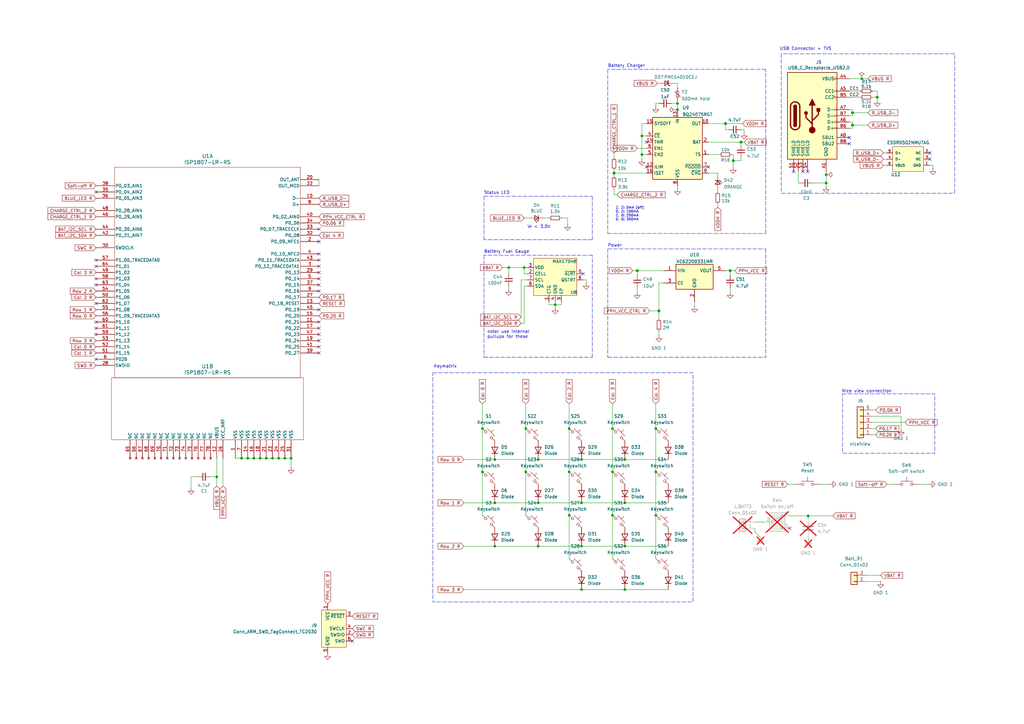
<source format=kicad_sch>
(kicad_sch (version 20250114) (generator "eeschema") (generator_version "9.0")
  (paper "A3")
  (lib_symbols
    (symbol "Battery_Management:BQ24075RGT"
      (property "Reference" "U" (at -8.89 13.97 0))
      (property "Value" "BQ24075RGT" (at 16.51 13.97 0))
      (symbol "BQ24075RGT_1_1"
        (pin input line (at -12.7 10.16 0) (length 2.54) (name "SYSOFF") (number "15"))
        (pin input line (at -12.7 5.08 0) (length 2.54) (name "~{CE}") (number "4"))
        (pin input line (at -12.7 2.54 0) (length 2.54) (name "TMR") (number "14"))
        (pin input line (at -12.7 0 0) (length 2.54) (name "EN1") (number "6"))
        (pin input line (at -12.7 -2.54 0) (length 2.54) (name "EN2") (number "5"))
        (pin passive line (at -12.7 -7.62 0) (length 2.54) (name "ILIM") (number "12"))
        (pin passive line (at -12.7 -10.16 0) (length 2.54) (name "ISET") (number "16"))
        (pin power_in line (at 0 15.24 270) (length 2.54) (name "IN") (number "13"))
        (pin passive line (at 0 -15.24 90) (length 2.54) (hide yes) (name "VSS") (number "17"))
        (pin power_in line (at 0 -15.24 90) (length 2.54) (name "VSS") (number "8"))
        (pin power_out line (at 12.7 10.16 180) (length 2.54) (name "OUT") (number "10"))
        (pin passive line (at 12.7 10.16 180) (length 2.54) (hide yes) (name "OUT") (number "11"))
        (pin power_out line (at 12.7 2.54 180) (length 2.54) (name "BAT") (number "2"))
        (pin passive line (at 12.7 2.54 180) (length 2.54) (hide yes) (name "BAT") (number "3"))
        (pin passive line (at 12.7 -2.54 180) (length 2.54) (name "TS") (number "1"))
        (pin open_collector line (at 12.7 -7.62 180) (length 2.54) (name "~{PGOOD}") (number "7"))
        (pin open_collector line (at 12.7 -10.16 180) (length 2.54) (name "~{CHG}") (number "9"))
      )
    )
    (symbol "Connector:Conn_ARM_SWD_TagConnect_TC2030" (in_bom no)
      (property "Reference" "J" (at 2.54 11.43 0))
      (property "Value" "Conn_ARM_SWD_TagConnect_TC2030" (at 5.08 8.89 0))
      (symbol "Conn_ARM_SWD_TagConnect_TC2030_0_0"
        (pin power_in line (at -2.54 10.16 270) (length 2.54) (name "VCC") (number "1"))
        (pin power_in line (at -2.54 -10.16 90) (length 2.54) (name "GND") (number "5"))
        (pin open_collector line (at 7.62 5.08 180) (length 2.54) (name "~{RESET}") (number "3"))
        (pin output line (at 7.62 0 180) (length 2.54) (name "SWCLK") (number "4"))
        (pin bidirectional line (at 7.62 -2.54 180) (length 2.54) (name "SWDIO") (number "2"))
        (pin input line (at 7.62 -5.08 180) (length 2.54) (name "SWO") (number "6"))
      )
    )
    (symbol "Connector_Generic:Conn_01x02" (pin_names (offset 1.016) (hide yes))
      (property "Reference" "J" (at 0 2.54 0))
      (property "Value" "Conn_01x02" (at 0 -5.08 0))
      (symbol "Conn_01x02_1_1"
        (pin passive line (at -5.08 0 0) (length 3.81) (name "Pin_1") (number "1"))
        (pin passive line (at -5.08 -2.54 0) (length 3.81) (name "Pin_2") (number "2"))
      )
    )
    (symbol "Connector_Generic:Conn_01x05" (pin_names (offset 1.016) (hide yes))
      (property "Reference" "J" (at 0 7.62 0))
      (property "Value" "Conn_01x05" (at 0 -7.62 0))
      (symbol "Conn_01x05_1_1"
        (pin passive line (at -5.08 5.08 0) (length 3.81) (name "Pin_1") (number "1"))
        (pin passive line (at -5.08 2.54 0) (length 3.81) (name "Pin_2") (number "2"))
        (pin passive line (at -5.08 0 0) (length 3.81) (name "Pin_3") (number "3"))
        (pin passive line (at -5.08 -2.54 0) (length 3.81) (name "Pin_4") (number "4"))
        (pin passive line (at -5.08 -5.08 0) (length 3.81) (name "Pin_5") (number "5"))
      )
    )
    (symbol "Device:C" (pin_numbers (hide yes)) (pin_names (offset 0.254))
      (property "Reference" "C" (at 0.635 2.54 0))
      (property "Value" "C" (at 0.635 -2.54 0))
      (symbol "C_1_1"
        (pin passive line (at 0 3.81 270) (length 2.794) (name "~") (number "1"))
        (pin passive line (at 0 -3.81 90) (length 2.794) (name "~") (number "2"))
      )
    )
    (symbol "Device:C_Small" (pin_numbers (hide yes)) (pin_names (offset 0.254) (hide yes))
      (property "Reference" "C" (at 0.254 1.778 0))
      (property "Value" "C_Small" (at 0.254 -2.032 0))
      (symbol "C_Small_1_1"
        (pin passive line (at 0 2.54 270) (length 2.032) (name "~") (number "1"))
        (pin passive line (at 0 -2.54 90) (length 2.032) (name "~") (number "2"))
      )
    )
    (symbol "Device:D_Schottky_Small" (pin_numbers (hide yes)) (pin_names (offset 0.254) (hide yes))
      (property "Reference" "D" (at -1.27 2.032 0))
      (property "Value" "D_Schottky_Small" (at -7.112 -2.032 0))
      (symbol "D_Schottky_Small_1_1"
        (pin passive line (at -2.54 0 0) (length 1.778) (name "K") (number "1"))
        (pin passive line (at 2.54 0 180) (length 1.778) (name "A") (number "2"))
      )
    )
    (symbol "Device:LED_Small" (pin_numbers (hide yes)) (pin_names (offset 0.254) (hide yes))
      (property "Reference" "D" (at -1.27 3.175 0))
      (property "Value" "LED_Small" (at -4.445 -2.54 0))
      (symbol "LED_Small_1_1"
        (pin passive line (at -2.54 0 0) (length 1.778) (name "K") (number "1"))
        (pin passive line (at 2.54 0 180) (length 1.778) (name "A") (number "2"))
      )
    )
    (symbol "Device:Polyfuse_Small" (pin_numbers (hide yes)) (pin_names (offset 0))
      (property "Reference" "F" (at -1.905 0 90))
      (property "Value" "Polyfuse_Small" (at 1.905 0 90))
      (symbol "Polyfuse_Small_1_1"
        (pin passive line (at 0 2.54 270) (length 0.635) (name "~") (number "1"))
        (pin passive line (at 0 -2.54 90) (length 0.635) (name "~") (number "2"))
      )
    )
    (symbol "Device:R_Small" (pin_numbers (hide yes)) (pin_names (offset 0.254) (hide yes))
      (property "Reference" "R" (at 0.762 0.508 0))
      (property "Value" "R_Small" (at 0.762 -1.016 0))
      (symbol "R_Small_1_1"
        (pin passive line (at 0 2.54 270) (length 0.762) (name "~") (number "1"))
        (pin passive line (at 0 -2.54 90) (length 0.762) (name "~") (number "2"))
      )
    )
    (symbol "GND_2" (power) (pin_numbers (hide yes)) (pin_names (offset 0) (hide yes))
      (property "Value" "GND" (at 0 -3.81 0))
      (symbol "GND_2_1_1"
        (pin power_in line (at 0 0 270) (length 0) (name "~") (number "1"))
      )
    )
    (symbol "GND_3" (power) (pin_numbers (hide yes)) (pin_names (offset 0) (hide yes))
      (property "Value" "GND" (at 0 -3.81 0))
      (symbol "GND_3_1_1"
        (pin power_in line (at 0 0 270) (length 0) (name "~") (number "1"))
      )
    )
    (symbol "ISP1807-LR-RS:ISP1807-LR-RS" (pin_names (offset 0.254))
      (property "Reference" "U" (at 45.72 12.7 0))
      (property "Value" "ISP1807-LR-RS" (at 45.72 10.16 0))
      (symbol "ISP1807-LR-RS_1_1"
        (pin input line (at 0 0 0) (length 7.62) (name "P0_03_AIN1") (number "38"))
        (pin input line (at 0 -2.54 0) (length 7.62) (name "P0_04_AIN2") (number "35"))
        (pin input line (at 0 -5.08 0) (length 7.62) (name "P0_05_AIN3") (number "36"))
        (pin input line (at 0 -10.16 0) (length 7.62) (name "P0_28_AIN4") (number "48"))
        (pin input line (at 0 -12.7 0) (length 7.62) (name "P0_29_AIN5") (number "46"))
        (pin input line (at 0 -17.78 0) (length 7.62) (name "P0_30_AIN6") (number "44"))
        (pin input line (at 0 -20.32 0) (length 7.62) (name "P0_31_AIN7") (number "42"))
        (pin input line (at 0 -25.4 0) (length 7.62) (name "SWDCLK") (number "30"))
        (pin bidirectional line (at 0 -30.48 0) (length 7.62) (name "P1_00_TRACEDATA0") (number "57"))
        (pin bidirectional line (at 0 -33.02 0) (length 7.62) (name "P1_01") (number "64"))
        (pin bidirectional line (at 0 -35.56 0) (length 7.62) (name "P1_02") (number "49"))
        (pin bidirectional line (at 0 -38.1 0) (length 7.62) (name "P1_03") (number "58"))
        (pin bidirectional line (at 0 -40.64 0) (length 7.62) (name "P1_04") (number "63"))
        (pin bidirectional line (at 0 -43.18 0) (length 7.62) (name "P1_05") (number "54"))
        (pin bidirectional line (at 0 -45.72 0) (length 7.62) (name "P1_06") (number "50"))
        (pin bidirectional line (at 0 -48.26 0) (length 7.62) (name "P1_07") (number "62"))
        (pin bidirectional line (at 0 -50.8 0) (length 7.62) (name "P1_08") (number "55"))
        (pin bidirectional line (at 0 -53.34 0) (length 7.62) (name "P1_09_TRACEDATA3") (number "56"))
        (pin bidirectional line (at 0 -55.88 0) (length 7.62) (name "P1_10") (number "60"))
        (pin bidirectional line (at 0 -58.42 0) (length 7.62) (name "P1_11") (number "61"))
        (pin bidirectional line (at 0 -60.96 0) (length 7.62) (name "P1_12") (number "59"))
        (pin bidirectional line (at 0 -63.5 0) (length 7.62) (name "P1_13") (number "53"))
        (pin bidirectional line (at 0 -66.04 0) (length 7.62) (name "P1_14") (number "52"))
        (pin bidirectional line (at 0 -68.58 0) (length 7.62) (name "P1_15") (number "51"))
        (pin bidirectional line (at 0 -71.12 0) (length 7.62) (name "P026") (number "6"))
        (pin bidirectional line (at 0 -73.66 0) (length 7.62) (name "SWDIO") (number "28"))
        (pin bidirectional line (at 91.44 2.54 180) (length 7.62) (name "OUT_ANT") (number "20"))
        (pin bidirectional line (at 91.44 0 180) (length 7.62) (name "OUT_MOD") (number "22"))
        (pin bidirectional line (at 91.44 -5.08 180) (length 7.62) (name "D-") (number "10"))
        (pin bidirectional line (at 91.44 -7.62 180) (length 7.62) (name "D+") (number "8"))
        (pin bidirectional line (at 91.44 -12.7 180) (length 7.62) (name "P0_02_AIN0") (number "40"))
        (pin bidirectional line (at 91.44 -15.24 180) (length 7.62) (name "P0_06") (number "34"))
        (pin bidirectional line (at 91.44 -17.78 180) (length 7.62) (name "P0_07_TRACECLK") (number "33"))
        (pin bidirectional line (at 91.44 -20.32 180) (length 7.62) (name "P0_08") (number "32"))
        (pin bidirectional line (at 91.44 -22.86 180) (length 7.62) (name "P0_09_NFC1") (number "2"))
        (pin bidirectional line (at 91.44 -27.94 180) (length 7.62) (name "P0_10_NFC2") (number "4"))
        (pin bidirectional line (at 91.44 -30.48 180) (length 7.62) (name "P0_11_TRACEDATA") (number "43"))
        (pin bidirectional line (at 91.44 -33.02 180) (length 7.62) (name "P0_12_TRACEDATA1") (number "3"))
        (pin bidirectional line (at 91.44 -35.56 180) (length 7.62) (name "P0_13") (number "29"))
        (pin bidirectional line (at 91.44 -38.1 180) (length 7.62) (name "P0_14") (number "5"))
        (pin bidirectional line (at 91.44 -40.64 180) (length 7.62) (name "P0_15") (number "37"))
        (pin bidirectional line (at 91.44 -43.18 180) (length 7.62) (name "P0_16") (number "9"))
        (pin bidirectional line (at 91.44 -45.72 180) (length 7.62) (name "P0_17") (number "27"))
        (pin bidirectional line (at 91.44 -48.26 180) (length 7.62) (name "P0_18_RESET") (number "13"))
        (pin bidirectional line (at 91.44 -50.8 180) (length 7.62) (name "P0_19") (number "45"))
        (pin bidirectional line (at 91.44 -53.34 180) (length 7.62) (name "P0_20") (number "15"))
        (pin bidirectional line (at 91.44 -55.88 180) (length 7.62) (name "P0_21") (number "11"))
        (pin bidirectional line (at 91.44 -58.42 180) (length 7.62) (name "P0_22") (number "17"))
        (pin bidirectional line (at 91.44 -60.96 180) (length 7.62) (name "P0_23") (number "47"))
        (pin bidirectional line (at 91.44 -63.5 180) (length 7.62) (name "P0_24") (number "19"))
        (pin bidirectional line (at 91.44 -66.04 180) (length 7.62) (name "P0_25") (number "41"))
        (pin bidirectional line (at 91.44 -68.58 180) (length 7.62) (name "P0_27") (number "39"))
      )
      (symbol "ISP1807-LR-RS_2_1"
        (pin no_connect line (at 0 0 0) (length 7.62) (name "NC") (number "65"))
        (pin no_connect line (at 0 -2.54 0) (length 7.62) (name "NC") (number "66"))
        (pin no_connect line (at 0 -5.08 0) (length 7.62) (name "NC") (number "67"))
        (pin no_connect line (at 0 -7.62 0) (length 7.62) (name "NC") (number "68"))
        (pin no_connect line (at 0 -10.16 0) (length 7.62) (name "NC") (number "69"))
        (pin no_connect line (at 0 -12.7 0) (length 7.62) (name "NC") (number "70"))
        (pin no_connect line (at 0 -15.24 0) (length 7.62) (name "NC") (number "71"))
        (pin no_connect line (at 0 -17.78 0) (length 7.62) (name "NC") (number "72"))
        (pin no_connect line (at 0 -20.32 0) (length 7.62) (name "NC") (number "73"))
        (pin no_connect line (at 0 -22.86 0) (length 7.62) (name "NC") (number "74"))
        (pin no_connect line (at 0 -25.4 0) (length 7.62) (name "NC") (number "75"))
        (pin no_connect line (at 0 -27.94 0) (length 7.62) (name "NC") (number "76"))
        (pin no_connect line (at 0 -30.48 0) (length 7.62) (name "NC") (number "77"))
        (pin no_connect line (at 0 -33.02 0) (length 7.62) (name "NC") (number "78"))
        (pin power_in line (at 0 -35.56 0) (length 7.62) (name "VBUS") (number "12"))
        (pin power_in line (at 0 -38.1 0) (length 7.62) (name "VCC_NRF") (number "26"))
        (pin power_in line (at 0 -43.18 0) (length 7.62) (name "VSS") (number "1"))
        (pin power_in line (at 0 -45.72 0) (length 7.62) (name "VSS") (number "7"))
        (pin power_in line (at 0 -48.26 0) (length 7.62) (name "VSS") (number "14"))
        (pin power_in line (at 0 -50.8 0) (length 7.62) (name "VSS") (number "16"))
        (pin power_in line (at 0 -53.34 0) (length 7.62) (name "VSS") (number "18"))
        (pin power_in line (at 0 -55.88 0) (length 7.62) (name "VSS") (number "21"))
        (pin power_in line (at 0 -58.42 0) (length 7.62) (name "VSS") (number "23"))
        (pin power_in line (at 0 -60.96 0) (length 7.62) (name "VSS") (number "24"))
        (pin power_in line (at 0 -63.5 0) (length 7.62) (name "VSS") (number "25"))
        (pin power_in line (at 0 -66.04 0) (length 7.62) (name "VSS") (number "31"))
      )
    )
    (symbol "Regulator_Linear:XC6220B331MR"
      (property "Reference" "U" (at 0 8.89 0))
      (property "Value" "XC6220B331MR" (at 0 6.35 0))
      (symbol "XC6220B331MR_1_1"
        (pin power_in line (at -12.7 2.54 0) (length 5.08) (name "VIN") (number "1"))
        (pin input line (at -12.7 -2.54 0) (length 5.08) (name "CE") (number "3"))
        (pin power_in line (at 0 -10.16 90) (length 5.08) (name "GND") (number "2"))
        (pin power_out line (at 12.7 2.54 180) (length 5.08) (name "VOUT") (number "5"))
        (pin no_connect line (at 12.7 -2.54 180) (length 5.08) (hide yes) (name "NC") (number "4"))
      )
    )
    (symbol "ScottoKeebs:Placeholder_Diode" (pin_numbers (hide yes)) (pin_names (hide yes))
      (property "Reference" "D" (at 0 2.54 0))
      (property "Value" "Diode" (at 0 -2.54 0))
      (symbol "Placeholder_Diode_1_1"
        (pin passive line (at -3.81 0 0) (length 2.54) (name "K") (number "1"))
        (pin passive line (at 3.81 0 180) (length 2.54) (name "A") (number "2"))
      )
    )
    (symbol "ScottoKeebs:Placeholder_Keyswitch" (pin_numbers (hide yes)) (pin_names (offset 1.016) (hide yes))
      (property "Reference" "S" (at 3.048 1.016 0))
      (property "Value" "Keyswitch" (at 0 -3.81 0))
      (symbol "Placeholder_Keyswitch_0_1"
        (pin passive line (at -2.54 2.54 0) (length 0) (name "1") (number "1"))
        (pin passive line (at 2.54 -2.54 180) (length 0) (name "2") (number "2"))
      )
    )
    (symbol "ScottoKeebs:Placeholder_Switch" (pin_numbers (hide yes)) (pin_names (offset 1.016) (hide yes))
      (property "Reference" "SW" (at 1.27 2.54 0))
      (property "Value" "Switch" (at 0 -1.524 0))
      (symbol "Placeholder_Switch_0_1"
        (pin passive line (at -5.08 0 0) (length 2.54) (name "1") (number "1"))
        (pin passive line (at 5.08 0 180) (length 2.54) (name "2") (number "2"))
      )
    )
    (symbol "Switch:SW_SPDT" (pin_names (offset 0) (hide yes))
      (property "Reference" "SW" (at 0 5.08 0))
      (property "Value" "SW_SPDT" (at 0 -5.08 0))
      (symbol "SW_SPDT_1_1"
        (pin passive line (at -5.08 0 0) (length 2.54) (name "B") (number "2"))
        (pin passive line (at 5.08 2.54 180) (length 2.54) (name "A") (number "1"))
        (pin passive line (at 5.08 -2.54 180) (length 2.54) (name "C") (number "3"))
      )
    )
    (symbol "mikoto:ESDR0502NMUTAG" (pin_names (offset 1.016))
      (property "Reference" "U" (at 0 3.81 0))
      (property "Value" "ESDR0502NMUTAG" (at 0 6.985 0))
      (symbol "ESDR0502NMUTAG_1_1"
        (pin passive line (at -8.89 2.54 0) (length 2.54) (name "D+") (number "5"))
        (pin passive line (at -8.89 0 0) (length 2.54) (name "D-") (number "4"))
        (pin power_in line (at -8.89 -2.54 0) (length 2.54) (name "VBUS") (number "6"))
        (pin passive line (at 8.89 2.54 180) (length 2.54) (name "NC") (number "2"))
        (pin passive line (at 8.89 0 180) (length 2.54) (name "NC") (number "3"))
        (pin power_in line (at 8.89 -2.54 180) (length 2.54) (name "GND") (number "1"))
      )
    )
    (symbol "mikoto:MAX17048"
      (property "Reference" "U" (at -7.62 8.89 0))
      (property "Value" "MAX17048" (at 4.445 8.89 0))
      (symbol "MAX17048_0_0"
        (pin power_in line (at -11.43 3.81 0) (length 2.54) (name "VDD") (number "3"))
        (pin power_in line (at -11.43 1.27 0) (length 2.54) (name "CELL") (number "2"))
        (pin tri_state line (at -11.43 -1.27 0) (length 2.54) (name "SCL") (number "7"))
        (pin tri_state line (at -11.43 -3.81 0) (length 2.54) (name "SDA") (number "8"))
        (pin power_in line (at -2.54 -10.16 90) (length 2.54) (name "CTG") (number "1"))
        (pin power_in line (at 0 -10.16 90) (length 2.54) (name "GND") (number "4"))
        (pin power_in line (at 2.54 -10.16 90) (length 2.54) (name "EP") (number "9"))
        (pin open_collector line (at 11.43 1.27 180) (length 2.54) (name "~{ALRT}") (number "5"))
        (pin input line (at 11.43 -1.27 180) (length 2.54) (name "QSTRT") (number "6"))
      )
    )
    (symbol "mikoto:USB_C_Receptacle_USB2.0" (pin_names (offset 1.016))
      (property "Reference" "J" (at -10.16 19.05 0))
      (property "Value" "USB_C_Receptacle_USB2.0" (at 19.05 19.05 0))
      (symbol "USB_C_Receptacle_USB2.0_1_1"
        (pin passive line (at -7.62 -22.86 90) (length 5.08) (name "SHIELD") (number "S1"))
        (pin passive line (at -5.715 -22.86 90) (length 5.08) (name "SHIELD") (number "S2"))
        (pin passive line (at -3.81 -22.86 90) (length 5.08) (name "SHIELD") (number "S3"))
        (pin passive line (at -1.905 -22.86 90) (length 5.08) (name "SHIELD") (number "S4"))
        (pin power_in line (at 5.715 -22.86 90) (length 5.08) (name "GND") (number "A1"))
        (pin power_in line (at 15.24 15.24 180) (length 5.08) (name "VBUS") (number "A4"))
        (pin bidirectional line (at 15.24 10.16 180) (length 5.08) (name "CC1") (number "A5"))
        (pin bidirectional line (at 15.24 7.62 180) (length 5.08) (name "CC2") (number "B5"))
        (pin bidirectional line (at 15.24 2.54 180) (length 5.08) (name "D-") (number "A7"))
        (pin bidirectional line (at 15.24 0 180) (length 5.08) (name "D-") (number "B7"))
        (pin bidirectional line (at 15.24 -2.54 180) (length 5.08) (name "D+") (number "A6"))
        (pin bidirectional line (at 15.24 -5.08 180) (length 5.08) (name "D+") (number "B6"))
        (pin bidirectional line (at 15.24 -8.89 180) (length 5.08) (name "SBU1") (number "A8"))
        (pin bidirectional line (at 15.24 -11.43 180) (length 5.08) (name "SBU2") (number "B8"))
      )
    )
    (symbol "power:GND" (power) (pin_names (offset 0))
      (property "Value" "GND" (at 0 -3.81 0))
      (symbol "GND_1_1"
        (pin power_in line (at 0 0 270) (length 0) (hide yes) (name "GND") (number "1"))
      )
    )
    (symbol "power:GND1" (power) (pin_numbers (hide yes)) (pin_names (offset 0) (hide yes))
      (property "Value" "GND1" (at 0 -3.81 0))
      (symbol "GND1_1_1"
        (pin power_in line (at 0 0 270) (length 0) (name "~") (number "1"))
      )
    )
    (symbol "power:PWR_FLAG" (power) (pin_numbers (hide yes)) (pin_names (offset 0) (hide yes))
      (property "Value" "PWR_FLAG" (at 0 3.81 0))
      (symbol "PWR_FLAG_0_0"
        (pin power_out line (at 0 0 90) (length 0) (name "pwr") (number "1"))
      )
    )
  )
  (rectangle (start 177.546 152.908) (end 284.226 246.888) (stroke (width 0) (type dash)))
  (rectangle (start 345.567 161.544) (end 383.413 185.928) (stroke (width 0) (type dash)))
  (text "Keymatrix\n" (at 182.626 150.368 0) (effects (font (size 1.27 1.27))))
  (text "Battery Charger" (at 249.301 27.813 0) (effects (font (size 1.27 1.27)) (justify left bottom)))
  (text "V_{f} < 3.0V" (at 216.281 93.853 0) (effects (font (size 1.27 1.27)) (justify left bottom)))
  (text "USB Connector + TVS" (at 319.786 20.828 0) (effects (font (size 1.27 1.27)) (justify left bottom)))
  (text "Z, Z: 0mA (off)\n0, Z: 100mA\nZ, 0: 250mA\n0, 0: 350mA" (at 252.476 90.678 0) (effects (font (size 0.9906 0.9906)) (justify left bottom)))
  (text "Battery Fuel Gauge" (at 198.501 104.013 0) (effects (font (size 1.27 1.27)) (justify left bottom)))
  (text "note: use internal\npullups for these" (at 199.771 138.938 0) (effects (font (size 1.27 1.27)) (justify left bottom)))
  (text "Status LED" (at 198.501 79.883 0) (effects (font (size 1.27 1.27)) (justify left bottom)))
  (text "Nice view connection\n" (at 345.186 160.528 0) (effects (font (size 1.27 1.27)) (justify left)))
  (text "Power" (at 249.301 101.473 0) (effects (font (size 1.27 1.27)) (justify left bottom)))
  (junction (at 208.661 109.728))
  (junction (at 114.3 187.96))
  (junction (at 277.876 42.418))
  (junction (at 119.38 187.96))
  (junction (at 268.986 193.548))
  (junction (at 220.726 188.468))
  (junction (at 256.286 224.028))
  (junction (at 101.6 187.96))
  (junction (at 256.286 188.468))
  (junction (at 338.836 71.628))
  (junction (at 220.726 206.248))
  (junction (at 106.68 187.96))
  (junction (at 349.631 46.228) (diameter 1.016))
  (junction (at 263.271 63.373))
  (junction (at 202.946 188.468))
  (junction (at 99.06 187.96))
  (junction (at 238.506 241.808))
  (junction (at 238.506 206.248))
  (junction (at 233.426 193.548))
  (junction (at 256.286 206.248))
  (junction (at 251.841 70.993) (diameter 1.016))
  (junction (at 233.426 175.768))
  (junction (at 220.726 224.028))
  (junction (at 359.791 39.878) (diameter 1.016))
  (junction (at 268.986 211.328))
  (junction (at 256.286 241.808))
  (junction (at 331.47 211.582))
  (junction (at 197.866 193.548))
  (junction (at 353.441 32.258))
  (junction (at 238.506 224.028))
  (junction (at 297.561 50.673) (diameter 1.016))
  (junction (at 233.426 211.328))
  (junction (at 303.911 58.293) (diameter 1.016))
  (junction (at 238.506 188.468))
  (junction (at 251.206 193.548))
  (junction (at 227.711 124.968))
  (junction (at 197.866 175.768))
  (junction (at 299.466 110.998) (diameter 1.016))
  (junction (at 215.011 109.728))
  (junction (at 349.631 51.308) (diameter 1.016))
  (junction (at 251.206 211.328))
  (junction (at 300.736 65.913) (diameter 1.016))
  (junction (at 104.14 187.96))
  (junction (at 251.206 175.768))
  (junction (at 263.271 55.753))
  (junction (at 270.256 127.508) (diameter 1.016))
  (junction (at 88.9 195.58))
  (junction (at 261.366 110.998) (diameter 1.016))
  (junction (at 111.76 187.96))
  (junction (at 215.646 175.768))
  (junction (at 116.84 187.96))
  (junction (at 277.876 44.958))
  (junction (at 202.946 224.028))
  (junction (at 202.946 206.248))
  (junction (at 338.836 75.057))
  (junction (at 215.646 193.548))
  (junction (at 109.22 187.96))
  (junction (at 268.986 175.768))
  (no_connect (at 130.81 116.84))
  (no_connect (at 130.81 132.08))
  (no_connect (at 265.176 58.293))
  (no_connect (at 39.37 114.3))
  (no_connect (at 130.81 111.76))
  (no_connect (at 348.361 56.388))
  (no_connect (at 130.81 99.06))
  (no_connect (at 39.37 116.84))
  (no_connect (at 130.81 144.78))
  (no_connect (at 381.381 65.278))
  (no_connect (at 39.37 106.68))
  (no_connect (at 329.311 70.358))
  (no_connect (at 348.361 58.928))
  (no_connect (at 130.81 127))
  (no_connect (at 130.81 106.68))
  (no_connect (at 39.37 137.16))
  (no_connect (at 130.81 114.3))
  (no_connect (at 130.81 104.14))
  (no_connect (at 130.81 119.38))
  (no_connect (at 381.381 62.738))
  (no_connect (at 144.526 262.89))
  (no_connect (at 130.81 134.62))
  (no_connect (at 39.37 78.74))
  (no_connect (at 265.176 68.453))
  (no_connect (at 130.81 109.22))
  (no_connect (at 39.37 132.08))
  (no_connect (at 130.81 139.7))
  (no_connect (at 39.37 134.62))
  (no_connect (at 325.501 70.358))
  (no_connect (at 323.85 216.662))
  (no_connect (at 239.141 112.268))
  (no_connect (at 130.81 142.24))
  (no_connect (at 39.37 147.32))
  (no_connect (at 331.216 70.358))
  (no_connect (at 290.576 68.453))
  (no_connect (at 39.37 109.22))
  (no_connect (at 130.81 93.98))
  (no_connect (at 39.37 124.46))
  (no_connect (at 130.81 137.16))
  (polyline (pts (xy 242.951 80.518) (xy 242.951 98.298)) (stroke (width 0) (type dash)))
  (wire (pts (xy 299.466 117.983) (xy 299.466 119.888)))
  (wire (pts (xy 300.101 63.373) (xy 300.736 63.373)))
  (wire (pts (xy 348.361 32.258) (xy 353.441 32.258)))
  (wire (pts (xy 251.841 77.343) (xy 251.841 79.883)))
  (polyline (pts (xy 249.301 146.558) (xy 314.071 146.558)) (stroke (width 0) (type dash)))
  (wire (pts (xy 294.386 70.993) (xy 294.386 72.263)))
  (wire (pts (xy 277.876 44.958) (xy 277.876 45.593)))
  (wire (pts (xy 268.986 165.608) (xy 268.986 175.768)))
  (wire (pts (xy 261.366 110.998) (xy 261.366 112.903)))
  (wire (pts (xy 238.506 224.028) (xy 256.286 224.028)))
  (wire (pts (xy 333.248 75.057) (xy 338.836 75.057)))
  (wire (pts (xy 230.251 89.408) (xy 232.791 89.408)))
  (wire (pts (xy 261.366 60.833) (xy 265.176 60.833)))
  (wire (pts (xy 101.6 187.96) (xy 104.14 187.96)))
  (polyline (pts (xy 242.951 146.558) (xy 242.951 104.648)) (stroke (width 0) (type dash)))
  (wire (pts (xy 376.936 198.628) (xy 381 198.628)))
  (wire (pts (xy 190.246 188.468) (xy 202.946 188.468)))
  (wire (pts (xy 109.22 187.96) (xy 111.76 187.96)))
  (wire (pts (xy 300.736 65.913) (xy 300.736 68.58)))
  (wire (pts (xy 263.271 63.373) (xy 263.271 65.278)))
  (wire (pts (xy 91.44 199.39) (xy 91.44 187.96)))
  (wire (pts (xy 238.506 188.468) (xy 256.286 188.468)))
  (wire (pts (xy 303.911 53.213) (xy 305.181 53.213)))
  (wire (pts (xy 263.271 55.753) (xy 265.176 55.753)))
  (wire (pts (xy 359.156 178.308) (xy 357.886 178.308)))
  (wire (pts (xy 297.561 50.673) (xy 297.561 53.213)))
  (wire (pts (xy 88.9 195.58) (xy 88.9 199.39)))
  (wire (pts (xy 357.886 170.688) (xy 369.57 170.688)))
  (wire (pts (xy 349.631 51.308) (xy 349.631 52.578)))
  (polyline (pts (xy 314.071 28.448) (xy 249.301 28.448)) (stroke (width 0) (type dash)))
  (wire (pts (xy 269.621 34.163) (xy 270.891 34.163)))
  (wire (pts (xy 355.346 238.506) (xy 361.188 238.506)))
  (wire (pts (xy 190.246 224.028) (xy 202.946 224.028)))
  (wire (pts (xy 349.631 51.308) (xy 355.981 51.308)))
  (wire (pts (xy 256.286 224.028) (xy 274.066 224.028)))
  (wire (pts (xy 277.876 41.148) (xy 277.876 42.418)))
  (wire (pts (xy 213.741 114.808) (xy 213.741 130.048)))
  (wire (pts (xy 290.576 50.673) (xy 297.561 50.673)))
  (wire (pts (xy 309.626 218.186) (xy 311.912 220.472)))
  (wire (pts (xy 202.946 224.028) (xy 220.726 224.028)))
  (wire (pts (xy 369.57 176.022) (xy 369.57 170.688)))
  (wire (pts (xy 225.171 124.968) (xy 225.171 123.698)))
  (polyline (pts (xy 391.541 79.248) (xy 391.541 22.098)) (stroke (width 0) (type dash)))
  (wire (pts (xy 263.271 50.673) (xy 265.176 50.673)))
  (polyline (pts (xy 249.301 28.448) (xy 249.301 95.758)) (stroke (width 0) (type dash)))
  (wire (pts (xy 348.361 37.338) (xy 352.806 37.338)))
  (wire (pts (xy 216.281 114.808) (xy 213.741 114.808)))
  (wire (pts (xy 297.561 50.673) (xy 304.546 50.673)))
  (wire (pts (xy 275.971 34.163) (xy 277.876 34.163)))
  (wire (pts (xy 357.886 37.338) (xy 359.791 37.338)))
  (polyline (pts (xy 249.301 102.108) (xy 314.071 102.108)) (stroke (width 0) (type dash)))
  (wire (pts (xy 197.866 165.608) (xy 197.866 175.768)))
  (wire (pts (xy 238.506 241.808) (xy 256.286 241.808)))
  (wire (pts (xy 359.156 168.148) (xy 357.886 168.148)))
  (wire (pts (xy 303.911 65.913) (xy 303.911 64.643)))
  (wire (pts (xy 349.631 50.038) (xy 349.631 51.308)))
  (wire (pts (xy 268.986 43.688) (xy 268.986 42.418)))
  (wire (pts (xy 362.331 65.278) (xy 363.601 65.278)))
  (wire (pts (xy 349.631 46.228) (xy 349.631 47.498)))
  (wire (pts (xy 220.726 188.468) (xy 238.506 188.468)))
  (wire (pts (xy 327.406 75.057) (xy 328.168 75.057)))
  (wire (pts (xy 215.011 117.348) (xy 215.011 132.588)))
  (wire (pts (xy 202.946 206.248) (xy 220.726 206.248)))
  (wire (pts (xy 227.711 124.968) (xy 225.171 124.968)))
  (wire (pts (xy 208.661 109.728) (xy 215.011 109.728)))
  (wire (pts (xy 277.876 42.418) (xy 277.876 44.958)))
  (wire (pts (xy 215.011 109.728) (xy 215.011 112.268)))
  (wire (pts (xy 263.271 50.673) (xy 263.271 55.753)))
  (wire (pts (xy 220.726 224.028) (xy 238.506 224.028)))
  (wire (pts (xy 256.286 206.248) (xy 274.066 206.248)))
  (wire (pts (xy 220.726 206.248) (xy 238.506 206.248)))
  (wire (pts (xy 119.38 187.96) (xy 119.38 191.643)))
  (wire (pts (xy 251.206 211.328) (xy 251.206 229.108)))
  (wire (pts (xy 268.986 211.328) (xy 268.986 229.108)))
  (wire (pts (xy 357.886 39.878) (xy 359.791 39.878)))
  (wire (pts (xy 215.011 117.348) (xy 216.281 117.348)))
  (wire (pts (xy 270.256 116.078) (xy 272.161 116.078)))
  (wire (pts (xy 349.631 47.498) (xy 348.361 47.498)))
  (wire (pts (xy 277.241 44.958) (xy 277.876 44.958)))
  (wire (pts (xy 331.47 211.582) (xy 341.63 211.582)))
  (wire (pts (xy 270.256 135.763) (xy 270.256 137.668)))
  (wire (pts (xy 357.886 173.228) (xy 371.221 173.228)))
  (wire (pts (xy 338.836 70.358) (xy 338.836 71.628)))
  (wire (pts (xy 349.631 44.958) (xy 349.631 46.228)))
  (wire (pts (xy 268.986 193.548) (xy 268.986 211.328)))
  (wire (pts (xy 240.411 114.808) (xy 240.411 116.078)))
  (wire (pts (xy 355.981 32.258) (xy 353.441 32.258)))
  (wire (pts (xy 81.153 195.58) (xy 78.359 195.58)))
  (wire (pts (xy 96.52 187.96) (xy 99.06 187.96)))
  (wire (pts (xy 349.631 46.228) (xy 355.981 46.228)))
  (wire (pts (xy 197.866 193.548) (xy 197.866 211.328)))
  (polyline (pts (xy 314.071 102.108) (xy 314.071 146.558)) (stroke (width 0) (type dash)))
  (wire (pts (xy 208.661 109.728) (xy 208.661 112.268)))
  (wire (pts (xy 215.011 89.408) (xy 217.551 89.408)))
  (wire (pts (xy 270.256 127.508) (xy 270.256 116.078)))
  (wire (pts (xy 355.346 235.966) (xy 361.188 235.966)))
  (wire (pts (xy 331.47 211.582) (xy 331.47 212.852)))
  (wire (pts (xy 277.876 76.073) (xy 277.876 77.343)))
  (wire (pts (xy 261.366 117.983) (xy 261.366 119.888)))
  (wire (pts (xy 309.626 216.662) (xy 309.626 218.186)))
  (wire (pts (xy 300.736 63.373) (xy 300.736 65.913)))
  (wire (pts (xy 290.576 63.373) (xy 295.021 63.373)))
  (wire (pts (xy 111.76 187.96) (xy 114.3 187.96)))
  (wire (pts (xy 227.711 124.968) (xy 230.251 124.968)))
  (polyline (pts (xy 242.951 104.648) (xy 198.501 104.648)) (stroke (width 0) (type dash)))
  (wire (pts (xy 331.47 220.472) (xy 331.47 221.742)))
  (wire (pts (xy 300.736 65.913) (xy 303.911 65.913)))
  (wire (pts (xy 266.446 127.508) (xy 270.256 127.508)))
  (wire (pts (xy 290.576 58.293) (xy 303.911 58.293)))
  (wire (pts (xy 299.466 110.998) (xy 301.371 110.998)))
  (wire (pts (xy 299.466 110.998) (xy 299.466 112.903)))
  (wire (pts (xy 130.81 73.66) (xy 130.81 76.2)))
  (polyline (pts (xy 249.301 102.108) (xy 249.301 146.558)) (stroke (width 0) (type dash)))
  (wire (pts (xy 303.911 59.563) (xy 303.911 58.293)))
  (wire (pts (xy 327.406 70.358) (xy 327.406 75.057)))
  (wire (pts (xy 362.331 67.818) (xy 363.601 67.818)))
  (polyline (pts (xy 242.951 98.298) (xy 198.501 98.298)) (stroke (width 0) (type dash)))
  (wire (pts (xy 268.986 175.768) (xy 268.986 193.548)))
  (wire (pts (xy 233.426 193.548) (xy 233.426 211.328)))
  (wire (pts (xy 348.361 50.038) (xy 349.631 50.038)))
  (wire (pts (xy 309.626 214.122) (xy 313.69 214.122)))
  (wire (pts (xy 86.233 195.58) (xy 88.9 195.58)))
  (wire (pts (xy 338.836 71.628) (xy 338.836 75.057)))
  (wire (pts (xy 233.426 165.608) (xy 233.426 175.768)))
  (wire (pts (xy 202.946 188.468) (xy 220.726 188.468)))
  (wire (pts (xy 270.256 127.508) (xy 270.256 130.683)))
  (wire (pts (xy 206.121 109.728) (xy 208.661 109.728)))
  (wire (pts (xy 336.296 198.628) (xy 340.36 198.628)))
  (wire (pts (xy 238.506 206.248) (xy 256.286 206.248)))
  (wire (pts (xy 114.3 187.96) (xy 116.84 187.96)))
  (wire (pts (xy 348.361 44.958) (xy 349.631 44.958)))
  (polyline (pts (xy 320.421 22.098) (xy 320.421 79.248)) (stroke (width 0) (type dash)))
  (wire (pts (xy 263.271 63.373) (xy 265.176 63.373)))
  (wire (pts (xy 259.461 110.998) (xy 261.366 110.998)))
  (wire (pts (xy 190.246 241.808) (xy 238.506 241.808)))
  (wire (pts (xy 251.841 79.883) (xy 253.111 79.883)))
  (wire (pts (xy 215.011 112.268) (xy 216.281 112.268)))
  (polyline (pts (xy 198.501 80.518) (xy 242.951 80.518)) (stroke (width 0) (type dash)))
  (polyline (pts (xy 249.301 95.758) (xy 314.071 95.758)) (stroke (width 0) (type dash)))
  (wire (pts (xy 362.331 62.738) (xy 363.601 62.738)))
  (polyline (pts (xy 198.501 146.558) (xy 242.951 146.558)) (stroke (width 0) (type dash)))
  (wire (pts (xy 104.14 187.96) (xy 106.68 187.96)))
  (wire (pts (xy 99.06 187.96) (xy 101.6 187.96)))
  (wire (pts (xy 275.336 42.418) (xy 277.876 42.418)))
  (wire (pts (xy 232.791 89.408) (xy 232.791 91.948)))
  (polyline (pts (xy 198.501 104.648) (xy 198.501 146.558)) (stroke (width 0) (type dash)))
  (wire (pts (xy 222.631 89.408) (xy 225.171 89.408)))
  (wire (pts (xy 215.646 165.608) (xy 215.646 175.768)))
  (wire (pts (xy 382.651 69.088) (xy 382.651 67.818)))
  (polyline (pts (xy 320.421 79.248) (xy 391.541 79.248)) (stroke (width 0) (type dash)))
  (wire (pts (xy 323.85 211.582) (xy 331.47 211.582)))
  (wire (pts (xy 284.861 123.698) (xy 284.861 125.603)))
  (polyline (pts (xy 314.071 95.758) (xy 314.071 28.448)) (stroke (width 0) (type dash)))
  (wire (pts (xy 190.246 206.248) (xy 202.946 206.248)))
  (wire (pts (xy 297.561 53.213) (xy 298.831 53.213)))
  (wire (pts (xy 323.088 198.628) (xy 326.136 198.628)))
  (wire (pts (xy 215.646 175.768) (xy 215.646 193.548)))
  (wire (pts (xy 116.84 187.96) (xy 119.38 187.96)))
  (wire (pts (xy 233.426 175.768) (xy 233.426 193.548)))
  (wire (pts (xy 277.876 34.163) (xy 277.876 36.068)))
  (wire (pts (xy 230.251 124.968) (xy 230.251 123.698)))
  (wire (pts (xy 348.361 39.878) (xy 352.806 39.878)))
  (wire (pts (xy 106.68 187.96) (xy 109.22 187.96)))
  (wire (pts (xy 261.366 110.998) (xy 272.161 110.998)))
  (wire (pts (xy 251.841 72.263) (xy 251.841 70.993)))
  (wire (pts (xy 382.651 67.818) (xy 381.381 67.818)))
  (wire (pts (xy 239.141 114.808) (xy 240.411 114.808)))
  (wire (pts (xy 197.866 175.768) (xy 197.866 193.548)))
  (wire (pts (xy 227.711 123.698) (xy 227.711 124.968)))
  (wire (pts (xy 349.631 52.578) (xy 348.361 52.578)))
  (wire (pts (xy 227.711 124.968) (xy 227.711 126.238)))
  (wire (pts (xy 88.9 187.96) (xy 88.9 195.58)))
  (wire (pts (xy 303.911 58.293) (xy 305.181 58.293)))
  (wire (pts (xy 263.271 55.753) (xy 263.271 63.373)))
  (wire (pts (xy 359.791 37.338) (xy 359.791 39.878)))
  (polyline (pts (xy 391.541 22.098) (xy 320.421 22.098)) (stroke (width 0) (type dash)))
  (wire (pts (xy 208.661 117.348) (xy 208.661 118.618)))
  (wire (pts (xy 233.426 211.328) (xy 233.426 229.108)))
  (wire (pts (xy 290.576 70.993) (xy 294.386 70.993)))
  (wire (pts (xy 251.841 69.723) (xy 251.841 70.993)))
  (wire (pts (xy 78.359 195.58) (xy 78.359 200.152)))
  (wire (pts (xy 251.841 70.993) (xy 265.176 70.993)))
  (wire (pts (xy 256.286 241.808) (xy 274.066 241.808)))
  (wire (pts (xy 215.646 193.548) (xy 215.646 211.328)))
  (wire (pts (xy 251.841 64.643) (xy 251.841 62.738)))
  (wire (pts (xy 294.386 83.693) (xy 294.386 84.963)))
  (wire (pts (xy 294.386 77.343) (xy 294.386 78.613)))
  (polyline (pts (xy 198.501 98.298) (xy 198.501 80.518)) (stroke (width 0) (type dash)))
  (wire (pts (xy 251.206 193.548) (xy 251.206 211.328)))
  (wire (pts (xy 363.728 198.628) (xy 366.776 198.628)))
  (wire (pts (xy 338.836 75.057) (xy 338.836 76.454)))
  (wire (pts (xy 251.206 165.608) (xy 251.206 175.768)))
  (wire (pts (xy 268.986 42.418) (xy 270.256 42.418)))
  (wire (pts (xy 251.206 175.768) (xy 251.206 193.548)))
  (wire (pts (xy 215.011 109.728) (xy 216.281 109.728)))
  (wire (pts (xy 305.181 53.213) (xy 305.181 54.483)))
  (wire (pts (xy 213.741 132.588) (xy 215.011 132.588)))
  (wire (pts (xy 359.791 39.878) (xy 359.791 41.148)))
  (wire (pts (xy 256.286 188.468) (xy 274.066 188.468)))
  (wire (pts (xy 297.561 110.998) (xy 299.466 110.998)))
  (wire (pts (xy 359.156 175.768) (xy 357.886 175.768)))
  (label "CC2" (at 348.361 39.878 0))
  (label "CC1" (at 348.361 37.338 0))
  (global_label "PPH_VCC R" (shape input) (at 371.221 173.228 0) (property "Intersheetrefs" "${INTERSHEET_REFS}" (effects (hide yes))))
  (global_label "R_USB_D+" (shape input) (at 130.81 83.82 0) (property "Intersheetrefs" "${INTERSHEET_REFS}" (effects (hide yes))))
  (global_label "SWC R" (shape input) (at 144.526 257.81 0) (property "Intersheetrefs" "${INTERSHEET_REFS}" (effects (hide yes))))
  (global_label "PPH_VCC R" (shape input) (at 91.44 199.39 270) (property "Intersheetrefs" "${INTERSHEET_REFS}" (effects (hide yes))))
  (global_label "Col 1 R" (shape input) (at 39.37 144.78 180) (property "Intersheetrefs" "${INTERSHEET_REFS}" (effects (hide yes))))
  (global_label "SWD R" (shape input) (at 39.37 149.86 180) (property "Intersheetrefs" "${INTERSHEET_REFS}" (effects (hide yes))))
  (global_label "Row 0 R" (shape input) (at 190.246 188.468 180) (property "Intersheetrefs" "${INTERSHEET_REFS}" (effects (hide yes))))
  (global_label "Row 1 R" (shape input) (at 39.37 127 180) (property "Intersheetrefs" "${INTERSHEET_REFS}" (effects (hide yes))))
  (global_label "PPH_VCC_CTRL R" (shape input) (at 130.81 88.9 0) (property "Intersheetrefs" "${INTERSHEET_REFS}" (effects (hide yes))))
  (global_label "VDDH R" (shape input) (at 261.366 60.833 180) (property "Intersheetrefs" "${INTERSHEET_REFS}" (effects (hide yes))))
  (global_label "SWD R" (shape input) (at 144.526 260.35 0) (property "Intersheetrefs" "${INTERSHEET_REFS}" (effects (hide yes))))
  (global_label "Col 3 R" (shape input) (at 39.37 111.76 180) (property "Intersheetrefs" "${INTERSHEET_REFS}" (effects (hide yes))))
  (global_label "Row 2 R" (shape input) (at 190.246 224.028 180) (property "Intersheetrefs" "${INTERSHEET_REFS}" (effects (hide yes))))
  (global_label "Col 4 R" (shape input) (at 130.81 96.52 0) (property "Intersheetrefs" "${INTERSHEET_REFS}" (effects (hide yes))))
  (global_label "CHARGE_CTRL_1 R" (shape input) (at 39.37 88.9 180) (property "Intersheetrefs" "${INTERSHEET_REFS}" (effects (hide yes))))
  (global_label "BAT_I2C_SCL R" (shape input) (at 213.741 130.048 180) (property "Intersheetrefs" "${INTERSHEET_REFS}" (effects (hide yes))))
  (global_label "Col 1 R" (shape input) (at 215.646 165.608 90) (property "Intersheetrefs" "${INTERSHEET_REFS}" (effects (hide yes))))
  (global_label "P0.06 R" (shape input) (at 130.81 91.44 0) (property "Intersheetrefs" "${INTERSHEET_REFS}" (effects (hide yes))))
  (global_label "Row 3 R" (shape input) (at 190.246 241.808 180) (property "Intersheetrefs" "${INTERSHEET_REFS}" (effects (hide yes))))
  (global_label "Row 3 R" (shape input) (at 39.37 139.7 180) (property "Intersheetrefs" "${INTERSHEET_REFS}" (effects (hide yes))))
  (global_label "VBUS R" (shape input) (at 88.9 199.39 270) (property "Intersheetrefs" "${INTERSHEET_REFS}" (effects (hide yes))))
  (global_label "P0.17 R" (shape input) (at 130.81 121.92 0) (property "Intersheetrefs" "${INTERSHEET_REFS}" (effects (hide yes))))
  (global_label "CHARGE_CTRL_2 R" (shape input) (at 39.37 86.36 180) (property "Intersheetrefs" "${INTERSHEET_REFS}" (effects (hide yes))))
  (global_label "VBUS R" (shape input) (at 362.331 67.818 180) (property "Intersheetrefs" "${INTERSHEET_REFS}" (effects (hide yes))))
  (global_label "VDDH R" (shape input) (at 259.461 110.998 180) (property "Intersheetrefs" "${INTERSHEET_REFS}" (effects (hide yes))))
  (global_label "Col 0 R" (shape input) (at 39.37 142.24 180) (property "Intersheetrefs" "${INTERSHEET_REFS}" (effects (hide yes))))
  (global_label "SWC R" (shape input) (at 39.37 101.6 180) (property "Intersheetrefs" "${INTERSHEET_REFS}" (effects (hide yes))))
  (global_label "PPH_VCC R" (shape input) (at 134.366 247.65 90) (property "Intersheetrefs" "${INTERSHEET_REFS}" (effects (hide yes))))
  (global_label "Col 0 R" (shape input) (at 197.866 165.608 90) (property "Intersheetrefs" "${INTERSHEET_REFS}" (effects (hide yes))))
  (global_label "BAT_I2C_SDA R" (shape input) (at 39.37 96.52 180) (property "Intersheetrefs" "${INTERSHEET_REFS}" (effects (hide yes))))
  (global_label "Col 4 R" (shape input) (at 268.986 165.608 90) (property "Intersheetrefs" "${INTERSHEET_REFS}" (effects (hide yes))))
  (global_label "Col 2 R" (shape input) (at 39.37 121.92 180) (property "Intersheetrefs" "${INTERSHEET_REFS}" (effects (hide yes))))
  (global_label "VBUS R" (shape input) (at 355.981 32.258 0) (property "Intersheetrefs" "${INTERSHEET_REFS}" (effects (hide yes))))
  (global_label "R_USB_D-" (shape input) (at 355.981 46.228 0) (property "Intersheetrefs" "${INTERSHEET_REFS}" (effects (hide yes))))
  (global_label "R_USB_D+" (shape input) (at 355.981 51.308 0) (property "Intersheetrefs" "${INTERSHEET_REFS}" (effects (hide yes))))
  (global_label "P0.06 R" (shape input) (at 359.156 168.148 0) (property "Intersheetrefs" "${INTERSHEET_REFS}" (effects (hide yes))))
  (global_label "CHARGE_CTRL_2 R" (shape input) (at 253.111 79.883 0) (property "Intersheetrefs" "${INTERSHEET_REFS}" (effects (hide yes))))
  (global_label "Soft-off R" (shape input) (at 39.37 76.2 180) (property "Intersheetrefs" "${INTERSHEET_REFS}" (effects (hide yes))))
  (global_label "Row 0 R" (shape input) (at 39.37 129.54 180) (property "Intersheetrefs" "${INTERSHEET_REFS}" (effects (hide yes))))
  (global_label "Row 2 R" (shape input) (at 39.37 119.38 180) (property "Intersheetrefs" "${INTERSHEET_REFS}" (effects (hide yes))))
  (global_label "VBAT R" (shape input) (at 341.63 211.582 0) (property "Intersheetrefs" "${INTERSHEET_REFS}" (effects (hide yes))))
  (global_label "P0.20 R" (shape input) (at 359.156 178.308 0) (effects (font (size 1.1938 1.1938))) (property "Intersheetrefs" "${INTERSHEET_REFS}" (effects (hide yes))))
  (global_label "Col 2 R" (shape input) (at 233.426 165.608 90) (property "Intersheetrefs" "${INTERSHEET_REFS}" (effects (hide yes))))
  (global_label "RESET R" (shape input) (at 144.526 252.73 0) (property "Intersheetrefs" "${INTERSHEET_REFS}" (effects (hide yes))))
  (global_label "Soft-off R" (shape input) (at 363.728 198.628 180) (property "Intersheetrefs" "${INTERSHEET_REFS}" (effects (hide yes))))
  (global_label "BLUE_LED R" (shape input) (at 215.011 89.408 180) (property "Intersheetrefs" "${INTERSHEET_REFS}" (effects (hide yes))))
  (global_label "PPH_VCC R" (shape input) (at 301.371 110.998 0) (property "Intersheetrefs" "${INTERSHEET_REFS}" (effects (hide yes))))
  (global_label "VBUS R" (shape input) (at 269.621 34.163 180) (property "Intersheetrefs" "${INTERSHEET_REFS}" (effects (hide yes))))
  (global_label "BAT_I2C_SDA R" (shape input) (at 213.741 132.588 180) (property "Intersheetrefs" "${INTERSHEET_REFS}" (effects (hide yes))))
  (global_label "R_USB_D-" (shape input) (at 362.331 65.278 180) (property "Intersheetrefs" "${INTERSHEET_REFS}" (effects (hide yes))))
  (global_label "BAT_I2C_SCL R" (shape input) (at 39.37 93.98 180) (property "Intersheetrefs" "${INTERSHEET_REFS}" (effects (hide yes))))
  (global_label "CHARGE_CTRL_1 R" (shape input) (at 251.841 62.738 90) (property "Intersheetrefs" "${INTERSHEET_REFS}" (effects (hide yes))))
  (global_label "RESET R" (shape input) (at 130.81 124.46 0) (property "Intersheetrefs" "${INTERSHEET_REFS}" (effects (hide yes))))
  (global_label "RESET R" (shape input) (at 323.088 198.628 180) (property "Intersheetrefs" "${INTERSHEET_REFS}" (effects (hide yes))))
  (global_label "PPH_VCC_CTRL R" (shape input) (at 266.446 127.508 180) (property "Intersheetrefs" "${INTERSHEET_REFS}" (effects (hide yes))))
  (global_label "P0.17 R" (shape input) (at 359.156 175.768 0) (effects (font (size 1.1938 1.1938))) (property "Intersheetrefs" "${INTERSHEET_REFS}" (effects (hide yes))))
  (global_label "VBAT R" (shape input) (at 361.188 235.966 0) (property "Intersheetrefs" "${INTERSHEET_REFS}" (effects (hide yes))))
  (global_label "P0.20 R" (shape input) (at 130.81 129.54 0) (property "Intersheetrefs" "${INTERSHEET_REFS}" (effects (hide yes))))
  (global_label "VDDH R" (shape input) (at 304.546 50.673 0) (property "Intersheetrefs" "${INTERSHEET_REFS}" (effects (hide yes))))
  (global_label "VBAT R" (shape input) (at 206.121 109.728 180) (property "Intersheetrefs" "${INTERSHEET_REFS}" (effects (hide yes))))
  (global_label "BLUE_LED R" (shape input) (at 39.37 81.28 180) (property "Intersheetrefs" "${INTERSHEET_REFS}" (effects (hide yes))))
  (global_label "VDDH R" (shape input) (at 294.386 84.963 270) (property "Intersheetrefs" "${INTERSHEET_REFS}" (effects (hide yes))))
  (global_label "Col 3 R" (shape input) (at 251.206 165.608 90) (property "Intersheetrefs" "${INTERSHEET_REFS}" (effects (hide yes))))
  (global_label "VBAT R" (shape input) (at 305.181 58.293 0) (property "Intersheetrefs" "${INTERSHEET_REFS}" (effects (hide yes))))
  (global_label "R_USB_D+" (shape input) (at 362.331 62.738 180) (property "Intersheetrefs" "${INTERSHEET_REFS}" (effects (hide yes))))
  (global_label "R_USB_D-" (shape input) (at 130.81 81.28 0) (property "Intersheetrefs" "${INTERSHEET_REFS}" (effects (hide yes))))
  (global_label "Row 1 R" (shape input) (at 190.246 206.248 180) (property "Intersheetrefs" "${INTERSHEET_REFS}" (effects (hide yes))))
  (symbol (lib_id "power:GND1") (at 261.366 119.888 0) (unit 1)
    (property "Reference" "#PWR063" (effects (hide yes)))
    (property "Value" "GND 1" (effects (hide yes)))
    (property "Description" "Power symbol creates a global label with name \"GND1\" , ground" (effects (hide yes)))
  )
  (symbol (lib_id "power:GND") (at 305.181 54.483 0) (unit 1)
    (property "Reference" "#PWR065" (effects (hide yes)))
    (property "Value" "GND 1" (effects (hide yes)))
  )
  (symbol (lib_id "Device:LED_Small") (at 294.386 74.803 270) (unit 1)
    (property "Reference" "D42" (at 296.7991 73.8945 90) (effects (justify left)))
    (property "Value" "ORANGE" (at 296.7991 76.6696 90) (effects (justify left)))
    (property "Footprint" "LED_SMD:LED_0402_1005Metric_Pad0.77x0.64mm_HandSolder" (effects (hide yes)))
    (property "LCSC Part" "C364554" (effects (hide yes)))
    (property "Manufacturer Part" "LTST-C281KFKT-5A" (effects (hide yes)))
  )
  (symbol (lib_id "Device:C_Small") (at 330.708 75.057 270) (unit 1)
    (property "Reference" "C3" (at 330.7017 81.28 90))
    (property "Value" "10nF" (at 330.7017 78.74 90))
    (property "Footprint" "Capacitor_SMD:C_0402_1005Metric_Pad0.74x0.62mm_HandSolder" (effects (hide yes)))
    (property "Description" "Unpolarized capacitor, small symbol" (effects (hide yes)))
    (property "Mouser Part Number" "810-C1608X5R1H103KAA" (effects (hide yes)))
    (property "Manufacturer_Name" "TDK" (effects (hide yes)))
    (property "Manufacturer_Part_Number" "C1608X5R1H103K080AA" (effects (hide yes)))
  )
  (symbol (lib_id "power:GND1") (at 134.366 267.97 0) (unit 1)
    (property "Reference" "#PWR082" (effects (hide yes)))
    (property "Value" "GND 1" (effects (hide yes)))
    (property "Description" "Power symbol creates a global label with name \"GND1\" , ground" (effects (hide yes)))
  )
  (symbol (lib_id "power:GND1") (at 300.736 68.58 0) (unit 1)
    (property "Reference" "#PWR059" (effects (hide yes)))
    (property "Value" "GND 1" (effects (hide yes)))
    (property "Description" "Power symbol creates a global label with name \"GND1\" , ground" (effects (hide yes)))
  )
  (symbol (lib_id "Device:R_Small") (at 270.256 133.223 0) (unit 1)
    (property "Reference" "R14" (at 271.7546 132.0546 0) (effects (justify left)))
    (property "Value" "2M" (at 271.7546 134.366 0) (effects (justify left)))
    (property "Footprint" "Resistor_SMD:R_0402_1005Metric_Pad0.72x0.64mm_HandSolder" (effects (hide yes)))
    (property "LCSC Part" "C138014" (effects (hide yes)))
    (property "Manufacturer Part" "RC0402FR-072ML" (effects (hide yes)))
  )
  (symbol (lib_id "Device:LED_Small") (at 220.091 89.408 180) (unit 1)
    (property "Reference" "D4" (at 220.091 84.1502 0))
    (property "Value" "BLUE" (at 220.091 86.4616 0))
    (property "Footprint" "LED_SMD:LED_0402_1005Metric_Pad0.77x0.64mm_HandSolder" (effects (hide yes)))
    (property "LCSC Part" "C364550" (effects (hide yes)))
    (property "Manufacturer Part" "LTST-C281TBKT-5A" (effects (hide yes)))
  )
  (symbol (lib_id "ScottoKeebs:Placeholder_Diode") (at 220.726 184.658 90) (unit 1)
    (property "Reference" "D26" (at 223.266 183.3879 90) (effects (justify right)))
    (property "Value" "Diode" (at 223.266 185.9279 90) (effects (justify right)))
    (property "Footprint" "ScottoKeebs_Components:Diode_SOD-123" (effects (hide yes)))
    (property "Description" "1N4148 (DO-35) or 1N4148W (SOD-123)" (effects (hide yes)))
    (property "Sim.Device" "D" (effects (hide yes)))
    (property "Sim.Pins" "1=K 2=A" (effects (hide yes)))
  )
  (symbol (lib_id "power:GND1") (at 240.411 116.078 0) (unit 1)
    (property "Reference" "#PWR053" (effects (hide yes)))
    (property "Value" "GND 1" (effects (hide yes)))
    (property "Description" "Power symbol creates a global label with name \"GND1\" , ground" (effects (hide yes)))
  )
  (symbol (lib_id "ScottoKeebs:Placeholder_Diode") (at 256.286 237.998 90) (unit 1)
    (property "Reference" "D36" (at 258.826 236.7279 90) (effects (justify right)))
    (property "Value" "Diode" (at 258.826 239.2679 90) (effects (justify right)))
    (property "Footprint" "ScottoKeebs_Components:Diode_SOD-123" (effects (hide yes)))
    (property "Description" "1N4148 (DO-35) or 1N4148W (SOD-123)" (effects (hide yes)))
    (property "Sim.Device" "D" (effects (hide yes)))
    (property "Sim.Pins" "1=K 2=A" (effects (hide yes)))
  )
  (symbol (lib_id "ScottoKeebs:Placeholder_Keyswitch") (at 271.526 196.088 0) (unit 1)
    (property "Reference" "S34" (at 271.526 188.468 0))
    (property "Value" "Keyswitch" (at 271.526 191.008 0))
    (property "Footprint" "Keyboard:CPG1316S01D02_front_mikefives" (effects (hide yes)))
    (property "Description" "Push button switch, normally open, two pins, 45° tilted" (effects (hide yes)))
  )
  (symbol (lib_id "Connector_Generic:Conn_01x05") (at 352.806 173.228 180) (unit 1)
    (property "Reference" "J6" (at 352.806 164.338 0))
    (property "Value" "nice!view" (at 352.806 182.118 0))
    (property "Footprint" "Kicad Keyboards:display_nice_view" (effects (hide yes)))
  )
  (symbol (lib_id "ScottoKeebs:Placeholder_Keyswitch") (at 200.406 213.868 0) (unit 1)
    (property "Reference" "S3" (at 200.406 206.248 0))
    (property "Value" "Keyswitch" (at 200.406 208.788 0))
    (property "Footprint" "Keyboard:CPG1316S01D02_front_mikefives" (effects (hide yes)))
    (property "Description" "Push button switch, normally open, two pins, 45° tilted" (effects (hide yes)))
  )
  (symbol (lib_id "ScottoKeebs:Placeholder_Diode") (at 274.066 184.658 90) (unit 1)
    (property "Reference" "D38" (at 276.606 183.3879 90) (effects (justify right)))
    (property "Value" "Diode" (at 276.606 185.9279 90) (effects (justify right)))
    (property "Footprint" "ScottoKeebs_Components:Diode_SOD-123" (effects (hide yes)))
    (property "Description" "1N4148 (DO-35) or 1N4148W (SOD-123)" (effects (hide yes)))
    (property "Sim.Device" "D" (effects (hide yes)))
    (property "Sim.Pins" "1=K 2=A" (effects (hide yes)))
  )
  (symbol (lib_id "ScottoKeebs:Placeholder_Keyswitch") (at 235.966 178.308 0) (unit 1)
    (property "Reference" "S25" (at 235.966 170.688 0))
    (property "Value" "Keyswitch" (at 235.966 173.228 0))
    (property "Footprint" "Keyboard:CPG1316S01D02_front_mikefives" (effects (hide yes)))
    (property "Description" "Push button switch, normally open, two pins, 45° tilted" (effects (hide yes)))
  )
  (symbol (lib_id "ScottoKeebs:Placeholder_Keyswitch") (at 218.186 178.308 0) (unit 1)
    (property "Reference" "S22" (at 218.186 170.688 0))
    (property "Value" "Keyswitch" (at 218.186 173.228 0))
    (property "Footprint" "Keyboard:CPG1316S01D02_front_mikefives" (effects (hide yes)))
    (property "Description" "Push button switch, normally open, two pins, 45° tilted" (effects (hide yes)))
  )
  (symbol (lib_id "ScottoKeebs:Placeholder_Diode") (at 202.946 202.438 90) (unit 1)
    (property "Reference" "D6" (at 205.486 201.1679 90) (effects (justify right)))
    (property "Value" "Diode" (at 205.486 203.7079 90) (effects (justify right)))
    (property "Footprint" "ScottoKeebs_Components:Diode_SOD-123" (effects (hide yes)))
    (property "Description" "1N4148 (DO-35) or 1N4148W (SOD-123)" (effects (hide yes)))
    (property "Sim.Device" "D" (effects (hide yes)))
    (property "Sim.Pins" "1=K 2=A" (effects (hide yes)))
  )
  (symbol (lib_id "ScottoKeebs:Placeholder_Diode") (at 256.286 220.218 90) (unit 1)
    (property "Reference" "D35" (at 258.826 218.9479 90) (effects (justify right)))
    (property "Value" "Diode" (at 258.826 221.4879 90) (effects (justify right)))
    (property "Footprint" "ScottoKeebs_Components:Diode_SOD-123" (effects (hide yes)))
    (property "Description" "1N4148 (DO-35) or 1N4148W (SOD-123)" (effects (hide yes)))
    (property "Sim.Device" "D" (effects (hide yes)))
    (property "Sim.Pins" "1=K 2=A" (effects (hide yes)))
  )
  (symbol (lib_id "mikoto:MAX17048") (at 227.711 113.538 0) (unit 1)
    (property "Reference" "U8" (at 235.331 119.888 0))
    (property "Value" "MAX17048" (at 231.521 107.188 0))
    (property "Footprint" "footprints:TDFN-8-1EP_2x2mm_P0.5mm_EP0.8x1.2mm" (effects (hide yes)))
    (property "LCSC Part" "C2682616" (effects (hide yes)))
  )
  (symbol (lib_id "ScottoKeebs:Placeholder_Switch") (at 371.856 198.628 0) (unit 1)
    (property "Reference" "SW6" (at 371.856 190.754 0))
    (property "Value" "Soft-off switch" (at 371.856 193.294 0))
    (property "Footprint" "Button_Switch_SMD:Panasonic_EVQPUL_EVQPUC" (effects (hide yes)))
    (property "Description" "Push button switch, generic, two pins" (effects (hide yes)))
  )
  (symbol (lib_id "ScottoKeebs:Placeholder_Keyswitch") (at 253.746 231.648 0) (unit 1)
    (property "Reference" "S32" (at 253.746 224.028 0))
    (property "Value" "Keyswitch" (at 253.746 226.568 0))
    (property "Footprint" "Keyboard:CPG1316S01D02_front_mikefives" (effects (hide yes)))
    (property "Description" "Push button switch, normally open, two pins, 45° tilted" (effects (hide yes)))
  )
  (symbol (lib_id "Device:C_Small") (at 83.693 195.58 90) (unit 1)
    (property "Reference" "C1" (at 83.693 201.3966 90))
    (property "Value" "4.7uF" (at 83.693 199.0852 90))
    (property "Footprint" "Capacitor_SMD:C_0402_1005Metric_Pad0.74x0.62mm_HandSolder" (effects (hide yes)))
    (property "LCSC Part" "C368809" (effects (hide yes)))
    (property "Manufacturer Part" "CL05A475KP5NRNC" (effects (hide yes)))
  )
  (symbol (lib_id "ScottoKeebs:Placeholder_Diode") (at 220.726 202.438 90) (unit 1)
    (property "Reference" "D27" (at 223.266 201.1679 90) (effects (justify right)))
    (property "Value" "Diode" (at 223.266 203.7079 90) (effects (justify right)))
    (property "Footprint" "ScottoKeebs_Components:Diode_SOD-123" (effects (hide yes)))
    (property "Description" "1N4148 (DO-35) or 1N4148W (SOD-123)" (effects (hide yes)))
    (property "Sim.Device" "D" (effects (hide yes)))
    (property "Sim.Pins" "1=K 2=A" (effects (hide yes)))
  )
  (symbol (lib_id "ScottoKeebs:Placeholder_Keyswitch") (at 235.966 196.088 0) (unit 1)
    (property "Reference" "S26" (at 235.966 188.468 0))
    (property "Value" "Keyswitch" (at 235.966 191.008 0))
    (property "Footprint" "Keyboard:CPG1316S01D02_front_mikefives" (effects (hide yes)))
    (property "Description" "Push button switch, normally open, two pins, 45° tilted" (effects (hide yes)))
  )
  (symbol (lib_id "Device:R_Small") (at 355.346 37.338 90) (unit 1)
    (property "Reference" "R17" (at 355.346 33.528 90))
    (property "Value" "5.1k" (at 355.346 35.433 90))
    (property "Footprint" "Resistor_SMD:R_0402_1005Metric_Pad0.72x0.64mm_HandSolder" (effects (hide yes)))
    (property "LCSC Part" "C105872" (effects (hide yes)))
    (property "Manufacturer Part" "RC0402FR-075K1L" (effects (hide yes)))
  )
  (symbol (lib_id "Device:R_Small") (at 227.711 89.408 270) (unit 1)
    (property "Reference" "R11" (at 227.711 84.4296 90))
    (property "Value" "1.5k" (at 227.711 86.741 90))
    (property "Footprint" "Resistor_SMD:R_0402_1005Metric_Pad0.72x0.64mm_HandSolder" (effects (hide yes)))
    (property "LCSC Part" "C114759" (effects (hide yes)))
    (property "Manufacturer Part" "RC0402FR-071K5L" (effects (hide yes)))
  )
  (symbol (lib_id "power:PWR_FLAG") (at 338.836 71.628 270) (unit 1)
    (property "Reference" "#FLG010" (effects (hide yes)))
    (property "Value" "PWR_FLAG L" (effects (hide yes)))
  )
  (symbol (lib_id "power:GND1") (at 78.359 200.152 0) (unit 1)
    (property "Reference" "#PWR01" (effects (hide yes)))
    (property "Value" "GND 1" (effects (hide yes)))
    (property "Description" "Power symbol creates a global label with name \"GND1\" , ground" (effects (hide yes)))
  )
  (symbol (lib_id "ScottoKeebs:Placeholder_Keyswitch") (at 253.746 196.088 0) (unit 1)
    (property "Reference" "S30" (at 253.746 188.468 0))
    (property "Value" "Keyswitch" (at 253.746 191.008 0))
    (property "Footprint" "Keyboard:CPG1316S01D02_front_mikefives" (effects (hide yes)))
    (property "Description" "Push button switch, normally open, two pins, 45° tilted" (effects (hide yes)))
  )
  (symbol (lib_id "ScottoKeebs:Placeholder_Diode") (at 274.066 202.438 90) (unit 1)
    (property "Reference" "D39" (at 276.606 201.1679 90) (effects (justify right)))
    (property "Value" "Diode" (at 276.606 203.7079 90) (effects (justify right)))
    (property "Footprint" "ScottoKeebs_Components:Diode_SOD-123" (effects (hide yes)))
    (property "Description" "1N4148 (DO-35) or 1N4148W (SOD-123)" (effects (hide yes)))
    (property "Sim.Device" "D" (effects (hide yes)))
    (property "Sim.Pins" "1=K 2=A" (effects (hide yes)))
  )
  (symbol (lib_id "power:GND1") (at 338.836 76.454 0) (unit 1)
    (property "Reference" "#PWR046" (effects (hide yes)))
    (property "Value" "GND 1" (effects (hide yes)))
    (property "Description" "Power symbol creates a global label with name \"GND1\" , ground" (effects (hide yes)))
  )
  (symbol (lib_id "ISP1807-LR-RS:ISP1807-LR-RS") (at 39.37 76.2 0) (unit 1)
    (property "Reference" "U1" (at 85.09 64.008 0) (effects (font (size 1.524 1.524))))
    (property "Value" "ISP1807-LR-RS" (at 85.09 66.548 0) (effects (font (size 1.524 1.524))))
    (property "Footprint" "ISP1807-LR-RS:ISP1807-LR-RS" (effects (hide yes)))
    (property "Datasheet" "ISP1807-LR-RS" (effects (hide yes)))
  )
  (symbol (lib_id "Connector:Conn_ARM_SWD_TagConnect_TC2030") (at 136.906 257.81 0) (unit 1) (in_bom no)
    (property "Reference" "J9" (at 130.048 256.5399 0) (effects (justify right)))
    (property "Value" "Conn_ARM_SWD_TagConnect_TC2030" (at 130.048 259.0799 0) (effects (justify right)))
    (property "Footprint" "Connector:Tag-Connect_TC2030-IDC-FP_2x03_P1.27mm_Vertical" (effects (hide yes)))
    (property "Datasheet" "https://www.tag-connect.com/wp-content/uploads/bsk-pdf-manager/TC2030-CTX_1.pdf" (effects (hide yes)))
    (property "Description" "Tag-Connect ARM Cortex SWD JTAG connector, 6 pin" (effects (hide yes)))
  )
  (symbol (lib_id "ScottoKeebs:Placeholder_Keyswitch") (at 271.526 178.308 0) (unit 1)
    (property "Reference" "S33" (at 271.526 170.688 0))
    (property "Value" "Keyswitch" (at 271.526 173.228 0))
    (property "Footprint" "Keyboard:CPG1316S01D02_front_mikefives" (effects (hide yes)))
    (property "Description" "Push button switch, normally open, two pins, 45° tilted" (effects (hide yes)))
  )
  (symbol (lib_id "ScottoKeebs:Placeholder_Keyswitch") (at 235.966 231.648 0) (unit 1)
    (property "Reference" "S28" (at 235.966 224.028 0))
    (property "Value" "Keyswitch" (at 235.966 226.568 0))
    (property "Footprint" "Keyboard:CPG1316S01D02_front_mikefives" (effects (hide yes)))
    (property "Description" "Push button switch, normally open, two pins, 45° tilted" (effects (hide yes)))
  )
  (symbol (lib_id "ScottoKeebs:Placeholder_Keyswitch") (at 200.406 178.308 0) (unit 1)
    (property "Reference" "S1" (at 200.406 170.688 0))
    (property "Value" "Keyswitch" (at 200.406 173.228 0))
    (property "Footprint" "Keyboard:CPG1316S01D02_front_mikefives" (effects (hide yes)))
    (property "Description" "Push button switch, normally open, two pins, 45° tilted" (effects (hide yes)))
  )
  (symbol (lib_id "power:GND1") (at 277.876 77.343 0) (unit 1)
    (property "Reference" "#PWR055" (effects (hide yes)))
    (property "Value" "GND 1" (effects (hide yes)))
    (property "Description" "Power symbol creates a global label with name \"GND1\" , ground" (effects (hide yes)))
  )
  (symbol (lib_id "Device:C_Small") (at 301.371 53.213 270) (unit 1)
    (property "Reference" "C52" (at 301.371 55.9393 90))
    (property "Value" "4.7uF" (at 301.371 49.1894 90))
    (property "Footprint" "Capacitor_SMD:C_0402_1005Metric_Pad0.74x0.62mm_HandSolder" (effects (hide yes)))
    (property "LCSC Part" "C368809" (effects (hide yes)))
    (property "Manufacturer Part" "CL05A475KP5NRNC" (effects (hide yes)))
  )
  (symbol (lib_id "power:GND1") (at 361.188 238.506 0) (unit 1)
    (property "Reference" "#PWR076" (effects (hide yes)))
    (property "Value" "GND 1" (at 361.188 243.078 0))
    (property "Description" "Power symbol creates a global label with name \"GND1\" , ground" (effects (hide yes)))
  )
  (symbol (lib_id "Device:C_Small") (at 272.796 42.418 270) (unit 1)
    (property "Reference" "C50" (at 272.796 36.8893 90))
    (property "Value" "1uF" (at 272.796 39.6644 90))
    (property "Footprint" "Capacitor_SMD:C_0402_1005Metric_Pad0.74x0.62mm_HandSolder" (effects (hide yes)))
    (property "LCSC Part" "C52923" (effects (hide yes)))
    (property "Manufacturer Part" "CL05A105KO5NNNC" (effects (hide yes)))
  )
  (symbol (lib_id "Device:Polyfuse_Small") (at 277.876 38.608 180) (unit 1)
    (property "Reference" "F2" (at 279.5271 37.6995 0) (effects (justify right)))
    (property "Value" "500mA hold" (at 279.5271 40.4746 0) (effects (justify right)))
    (property "Footprint" "Fuse:Fuse_0402_1005Metric_Pad0.77x0.64mm_HandSolder" (effects (hide yes)))
    (property "LCSC Part" "C206938" (effects (hide yes)))
    (property "Manufacturer Part" "0402L050SLKR" (effects (hide yes)))
  )
  (symbol (lib_id "Connector_Generic:Conn_01x02") (at 304.546 216.662 180) (unit 1) (on_board no) (dnp yes)
    (property "Reference" "J_BATT3" (at 304.546 207.772 0))
    (property "Value" "Conn_01x02" (at 304.546 210.312 0))
    (property "Footprint" "ScottoKeebs_Scotto:Battery" (effects (hide yes)))
    (property "Description" "Generic connector, single row, 01x02, script generated (kicad-library-utils/schlib/autogen/connector/)" (effects (hide yes)))
  )
  (symbol (lib_id "power:GND1") (at 119.38 191.643 0) (unit 1)
    (property "Reference" "#PWR02" (effects (hide yes)))
    (property "Value" "GND 1" (effects (hide yes)))
    (property "Description" "Power symbol creates a global label with name \"GND1\" , ground" (effects (hide yes)))
  )
  (symbol (lib_id "mikoto:USB_C_Receptacle_USB2.0") (at 333.121 47.498 0) (unit 1)
    (property "Reference" "J5" (at 335.8388 25.4762 0))
    (property "Value" "USB_C_Receptacle_USB2.0" (at 335.8388 27.7876 0))
    (property "Footprint" "footprints:USB-C_C168688" (effects (hide yes)))
    (property "Datasheet" "https://www.usb.org/sites/default/files/documents/usb_type-c.zip" (effects (hide yes)))
    (property "LCSC Part" "C168688" (effects (hide yes)))
  )
  (symbol (lib_id "ScottoKeebs:Placeholder_Diode") (at 238.506 237.998 90) (unit 1)
    (property "Reference" "D32" (at 241.046 236.7279 90) (effects (justify right)))
    (property "Value" "Diode" (at 241.046 239.2679 90) (effects (justify right)))
    (property "Footprint" "ScottoKeebs_Components:Diode_SOD-123" (effects (hide yes)))
    (property "Description" "1N4148 (DO-35) or 1N4148W (SOD-123)" (effects (hide yes)))
    (property "Sim.Device" "D" (effects (hide yes)))
    (property "Sim.Pins" "1=K 2=A" (effects (hide yes)))
  )
  (symbol (lib_id "Connector_Generic:Conn_01x02") (at 350.266 238.506 180) (unit 1)
    (property "Reference" "Batt_R1" (at 350.266 229.108 0))
    (property "Value" "Conn_01x02" (at 350.266 231.648 0))
    (property "Footprint" "Connector_JST:JST_SHL_SM02B-SHLS-TF_1x02-1MP_P1.00mm_Horizontal" (effects (hide yes)))
    (property "Description" "Generic connector, single row, 01x02, script generated (kicad-library-utils/schlib/autogen/connector/)" (effects (hide yes)))
  )
  (symbol (lib_id "Battery_Management:BQ24075RGT") (at 277.876 60.833 0) (unit 1)
    (property "Reference" "U9" (at 279.8954 44.1665 0) (effects (justify left)))
    (property "Value" "BQ24075RGT" (at 279.8954 46.9416 0) (effects (justify left)))
    (property "Footprint" "footprints:VQFN-16-1EP_3x3mm_P0.5mm_EP1.6x1.6mm" (effects (hide yes)))
    (property "Datasheet" "http://www.ti.com/lit/ds/symlink/bq24075.pdf" (effects (hide yes)))
    (property "LCSC Part" "C2865459" (effects (hide yes)))
  )
  (symbol (lib_id "mikoto:ESDR0502NMUTAG") (at 372.491 65.278 0) (unit 1)
    (property "Reference" "U12" (at 367.411 71.5984 0))
    (property "Value" "ESDR0502NMUTAG" (at 372.491 58.4985 0))
    (property "Footprint" "footprints:UDFN-6_1.2x1.0mm_P0.4mm" (effects (hide yes)))
    (property "Datasheet" "http://www.onsemi.cn/pub_link/Collateral/ESDR0502N-D.PDF" (effects (hide yes)))
    (property "LCSC Part" "C94372" (effects (hide yes)))
    (property "Manufacturer Part" "ESDR0502NMUTBG" (effects (hide yes)))
  )
  (symbol (lib_id "ScottoKeebs:Placeholder_Keyswitch") (at 200.406 196.088 0) (unit 1)
    (property "Reference" "S2" (at 200.406 188.468 0))
    (property "Value" "Keyswitch" (at 200.406 191.008 0))
    (property "Footprint" "Keyboard:CPG1316S01D02_front_mikefives" (effects (hide yes)))
    (property "Description" "Push button switch, normally open, two pins, 45° tilted" (effects (hide yes)))
  )
  (symbol (lib_id "ScottoKeebs:Placeholder_Diode") (at 256.286 184.658 90) (unit 1)
    (property "Reference" "D33" (at 258.826 183.3879 90) (effects (justify right)))
    (property "Value" "Diode" (at 258.826 185.9279 90) (effects (justify right)))
    (property "Footprint" "ScottoKeebs_Components:Diode_SOD-123" (effects (hide yes)))
    (property "Description" "1N4148 (DO-35) or 1N4148W (SOD-123)" (effects (hide yes)))
    (property "Sim.Device" "D" (effects (hide yes)))
    (property "Sim.Pins" "1=K 2=A" (effects (hide yes)))
  )
  (symbol (lib_id "Device:R_Small") (at 294.386 81.153 180) (unit 1)
    (property "Reference" "R15" (at 295.8847 80.2445 0) (effects (justify right)))
    (property "Value" "10k" (at 295.8847 82.3846 0) (effects (justify right)))
    (property "Footprint" "Resistor_SMD:R_0402_1005Metric_Pad0.72x0.64mm_HandSolder" (effects (hide yes)))
    (property "LCSC Part" "C25744" (effects (hide yes)))
    (property "Manufacturer Part" "RC0402FR-0710KL" (effects (hide yes)))
  )
  (symbol (lib_id "Device:R_Small") (at 355.346 39.878 90) (unit 1)
    (property "Reference" "R18" (at 355.346 43.688 90))
    (property "Value" "5.1k" (at 355.346 41.783 90))
    (property "Footprint" "Resistor_SMD:R_0402_1005Metric_Pad0.72x0.64mm_HandSolder" (effects (hide yes)))
    (property "LCSC Part" "C105872" (effects (hide yes)))
    (property "Manufacturer Part" "RC0402FR-075K1L" (effects (hide yes)))
  )
  (symbol (lib_id "power:GND1") (at 299.466 119.888 0) (unit 1)
    (property "Reference" "#PWR062" (effects (hide yes)))
    (property "Value" "GND 1" (effects (hide yes)))
    (property "Description" "Power symbol creates a global label with name \"GND1\" , ground" (effects (hide yes)))
  )
  (symbol (lib_id "power:GND1") (at 381 198.628 90) (unit 1)
    (property "Reference" "#PWR070" (effects (hide yes)))
    (property "Value" "GND 1" (at 384.556 198.6279 90) (effects (justify right)))
    (property "Description" "Power symbol creates a global label with name \"GND1\" , ground" (effects (hide yes)))
  )
  (symbol (lib_id "ScottoKeebs:Placeholder_Keyswitch") (at 271.526 213.868 0) (unit 1)
    (property "Reference" "S35" (at 271.526 206.248 0))
    (property "Value" "Keyswitch" (at 271.526 208.788 0))
    (property "Footprint" "Keyboard:CPG1316S01D02_front_mikefives" (effects (hide yes)))
    (property "Description" "Push button switch, normally open, two pins, 45° tilted" (effects (hide yes)))
  )
  (symbol (lib_id "ScottoKeebs:Placeholder_Keyswitch") (at 235.966 213.868 0) (unit 1)
    (property "Reference" "S27" (at 235.966 206.248 0))
    (property "Value" "Keyswitch" (at 235.966 208.788 0))
    (property "Footprint" "Keyboard:CPG1316S01D02_front_mikefives" (effects (hide yes)))
    (property "Description" "Push button switch, normally open, two pins, 45° tilted" (effects (hide yes)))
  )
  (symbol (lib_id "power:GND1") (at 227.711 126.238 0) (unit 1)
    (property "Reference" "#PWR057" (effects (hide yes)))
    (property "Value" "GND 1" (effects (hide yes)))
    (property "Description" "Power symbol creates a global label with name \"GND1\" , ground" (effects (hide yes)))
  )
  (symbol (lib_id "ScottoKeebs:Placeholder_Diode") (at 220.726 220.218 90) (unit 1)
    (property "Reference" "D28" (at 223.266 218.9479 90) (effects (justify right)))
    (property "Value" "Diode" (at 223.266 221.4879 90) (effects (justify right)))
    (property "Footprint" "ScottoKeebs_Components:Diode_SOD-123" (effects (hide yes)))
    (property "Description" "1N4148 (DO-35) or 1N4148W (SOD-123)" (effects (hide yes)))
    (property "Sim.Device" "D" (effects (hide yes)))
    (property "Sim.Pins" "1=K 2=A" (effects (hide yes)))
  )
  (symbol (lib_id "ScottoKeebs:Placeholder_Diode") (at 238.506 220.218 90) (unit 1)
    (property "Reference" "D31" (at 241.046 218.9479 90) (effects (justify right)))
    (property "Value" "Diode" (at 241.046 221.4879 90) (effects (justify right)))
    (property "Footprint" "ScottoKeebs_Components:Diode_SOD-123" (effects (hide yes)))
    (property "Description" "1N4148 (DO-35) or 1N4148W (SOD-123)" (effects (hide yes)))
    (property "Sim.Device" "D" (effects (hide yes)))
    (property "Sim.Pins" "1=K 2=A" (effects (hide yes)))
  )
  (symbol (lib_id "power:GND1") (at 270.256 137.668 0) (unit 1)
    (property "Reference" "#PWR073" (effects (hide yes)))
    (property "Value" "GND 1" (at 270.256 142.748 0))
    (property "Description" "Power symbol creates a global label with name \"GND1\" , ground" (effects (hide yes)))
  )
  (symbol (lib_id "Device:R_Small") (at 251.841 74.803 0) (unit 1)
    (property "Reference" "R13" (at 253.3397 73.8945 0) (effects (justify left)))
    (property "Value" "3.9k" (at 253.3397 76.6696 0) (effects (justify left)))
    (property "Footprint" "Resistor_SMD:R_0402_1005Metric_Pad0.72x0.64mm_HandSolder" (effects (hide yes)))
    (property "LCSC Part" "C131467" (effects (hide yes)))
    (property "Manufacturer Part" "RC0402FR-073K9L" (effects (hide yes)))
  )
  (symbol (lib_id "power:GND1") (at 340.36 198.628 90) (unit 1)
    (property "Reference" "#PWR079" (effects (hide yes)))
    (property "Value" "GND 1" (at 343.916 198.6279 90) (effects (justify right)))
    (property "Description" "Power symbol creates a global label with name \"GND1\" , ground" (effects (hide yes)))
  )
  (symbol (lib_id "Device:C") (at 331.47 216.662 0) (unit 1) (on_board no) (dnp yes)
    (property "Reference" "C54" (at 335.28 215.3919 0) (effects (justify left)))
    (property "Value" "4.7uF" (at 335.28 217.9319 0) (effects (justify left)))
    (property "Footprint" "footprints:Capacitor_0402_1005M-nosilk" (effects (hide yes)))
    (property "Description" "Unpolarized capacitor" (effects (hide yes)))
  )
  (symbol (lib_id "power:GND1") (at 263.271 65.278 0) (unit 1)
    (property "Reference" "#PWR061" (effects (hide yes)))
    (property "Value" "GND 1" (effects (hide yes)))
    (property "Description" "Power symbol creates a global label with name \"GND1\" , ground" (effects (hide yes)))
  )
  (symbol (lib_id "Device:R_Small") (at 297.561 63.373 90) (unit 1)
    (property "Reference" "R16" (at 297.561 65.6242 90))
    (property "Value" "10k" (at 297.561 61.4143 90))
    (property "Footprint" "Resistor_SMD:R_0402_1005Metric_Pad0.72x0.64mm_HandSolder" (effects (hide yes)))
    (property "LCSC Part" "C25744" (effects (hide yes)))
    (property "Manufacturer Part" "RC0402FR-0710KL" (effects (hide yes)))
  )
  (symbol (lib_id "power:GND1") (at 208.661 118.618 0) (unit 1)
    (property "Reference" "#PWR056" (effects (hide yes)))
    (property "Value" "GND 1" (effects (hide yes)))
    (property "Description" "Power symbol creates a global label with name \"GND1\" , ground" (effects (hide yes)))
  )
  (symbol (lib_id "Device:C_Small") (at 261.366 115.443 180) (unit 1)
    (property "Reference" "C49" (at 263.6902 114.5345 0) (effects (justify right)))
    (property "Value" "10uF" (at 263.6902 117.3096 0) (effects (justify right)))
    (property "Footprint" "Capacitor_SMD:C_0402_1005Metric_Pad0.74x0.62mm_HandSolder" (effects (hide yes)))
    (property "LCSC Part" "C19702" (effects (hide yes)))
    (property "Manufacturer Part" "CL10A106KP8NNNC" (effects (hide yes)))
  )
  (symbol (lib_id "ScottoKeebs:Placeholder_Diode") (at 274.066 220.218 90) (unit 1)
    (property "Reference" "D40" (at 276.606 218.9479 90) (effects (justify right)))
    (property "Value" "Diode" (at 276.606 221.4879 90) (effects (justify right)))
    (property "Footprint" "ScottoKeebs_Components:Diode_SOD-123" (effects (hide yes)))
    (property "Description" "1N4148 (DO-35) or 1N4148W (SOD-123)" (effects (hide yes)))
    (property "Sim.Device" "D" (effects (hide yes)))
    (property "Sim.Pins" "1=K 2=A" (effects (hide yes)))
  )
  (symbol (lib_id "ScottoKeebs:Placeholder_Keyswitch") (at 218.186 213.868 0) (unit 1)
    (property "Reference" "S24" (at 218.186 206.248 0))
    (property "Value" "Keyswitch" (at 218.186 208.788 0))
    (property "Footprint" "Keyboard:CPG1316S01D02_front_mikefives" (effects (hide yes)))
    (property "Description" "Push button switch, normally open, two pins, 45° tilted" (effects (hide yes)))
  )
  (symbol (lib_id "power:GND1") (at 284.861 125.603 0) (unit 1)
    (property "Reference" "#PWR060" (effects (hide yes)))
    (property "Value" "GND 1" (effects (hide yes)))
    (property "Description" "Power symbol creates a global label with name \"GND1\" , ground" (effects (hide yes)))
  )
  (symbol (lib_name "GND_3") (lib_id "power:GND") (at 311.912 220.472 0) (unit 1) (on_board no) (dnp yes)
    (property "Reference" "#PWR066" (effects (hide yes)))
    (property "Value" "GND 1" (at 311.912 225.298 0))
    (property "Description" "Power symbol creates a global label with name \"GND\" , ground" (effects (hide yes)))
  )
  (symbol (lib_id "ScottoKeebs:Placeholder_Keyswitch") (at 253.746 213.868 0) (unit 1)
    (property "Reference" "S31" (at 253.746 206.248 0))
    (property "Value" "Keyswitch" (at 253.746 208.788 0))
    (property "Footprint" "Keyboard:CPG1316S01D02_front_mikefives" (effects (hide yes)))
    (property "Description" "Push button switch, normally open, two pins, 45° tilted" (effects (hide yes)))
  )
  (symbol (lib_id "Device:R_Small") (at 251.841 67.183 0) (unit 1)
    (property "Reference" "R12" (at 253.3397 66.2745 0) (effects (justify left)))
    (property "Value" "10k" (at 253.3397 69.0496 0) (effects (justify left)))
    (property "Footprint" "Resistor_SMD:R_0402_1005Metric_Pad0.72x0.64mm_HandSolder" (effects (hide yes)))
    (property "LCSC Part" "C25744" (effects (hide yes)))
    (property "Manufacturer Part" "RC0402FR-0710KL" (effects (hide yes)))
  )
  (symbol (lib_id "ScottoKeebs:Placeholder_Switch") (at 331.216 198.628 0) (unit 1)
    (property "Reference" "SW5" (at 331.216 190.5 0))
    (property "Value" "Reset" (at 331.216 193.04 0))
    (property "Footprint" "easyeda2kicad:SW-SMD_L3.0-W2.0-LS3.5" (effects (hide yes)))
    (property "Description" "Push button switch, generic, two pins" (effects (hide yes)))
  )
  (symbol (lib_id "power:GND") (at 369.57 176.022 0) (unit 1)
    (property "Reference" "#PWR075" (effects (hide yes)))
    (property "Value" "GND 1" (at 369.57 179.832 0))
  )
  (symbol (lib_id "Switch:SW_SPDT") (at 318.77 214.122 0) (unit 1) (on_board no) (dnp yes)
    (property "Reference" "SW4" (at 318.77 205.232 0))
    (property "Value" "Switch on/off" (at 318.77 207.772 0))
    (property "Footprint" "ScottoKeebs_Components:Switch_MSK12C02" (effects (hide yes)))
    (property "Description" "Switch, single pole double throw" (effects (hide yes)))
  )
  (symbol (lib_id "Regulator_Linear:XC6220B331MR") (at 284.861 113.538 0) (unit 1)
    (property "Reference" "U10" (at 284.861 104.4914 0))
    (property "Value" "XC6220B331MR" (at 284.861 107.2665 0))
    (property "Footprint" "footprints:SOT-23-5" (effects (hide yes)))
    (property "Datasheet" "https://www.torexsemi.com/file/xc6220/XC6220.pdf" (effects (hide yes)))
    (property "Manufacturer Part" "XC6220B331MR-G‎" (effects (hide yes)))
    (property "LCSC Part" "C86534" (effects (hide yes)))
  )
  (symbol (lib_id "ScottoKeebs:Placeholder_Diode") (at 202.946 220.218 90) (unit 1)
    (property "Reference" "D25" (at 205.486 218.9479 90) (effects (justify right)))
    (property "Value" "Diode" (at 205.486 221.4879 90) (effects (justify right)))
    (property "Footprint" "ScottoKeebs_Components:Diode_SOD-123" (effects (hide yes)))
    (property "Description" "1N4148 (DO-35) or 1N4148W (SOD-123)" (effects (hide yes)))
    (property "Sim.Device" "D" (effects (hide yes)))
    (property "Sim.Pins" "1=K 2=A" (effects (hide yes)))
  )
  (symbol (lib_id "power:PWR_FLAG") (at 277.241 44.958 90) (unit 1)
    (property "Reference" "#FLG08" (effects (hide yes)))
    (property "Value" "PWR_FLAG" (effects (hide yes)))
  )
  (symbol (lib_id "power:PWR_FLAG") (at 353.441 32.258 0) (unit 1)
    (property "Reference" "#FLG011" (effects (hide yes)))
    (property "Value" "PWR_FLAG" (effects (hide yes)))
  )
  (symbol (lib_id "Device:C_Small") (at 208.661 114.808 180) (unit 1)
    (property "Reference" "C44" (at 206.121 113.5316 0) (effects (justify left)))
    (property "Value" "100nF" (at 206.121 116.0716 0) (effects (justify left)))
    (property "Footprint" "Capacitor_SMD:C_0402_1005Metric_Pad0.74x0.62mm_HandSolder" (effects (hide yes)))
    (property "LCSC Part" "C307331" (effects (hide yes)))
    (property "Manufacturer Part" "CL05B103KB5NNNC" (effects (hide yes)))
  )
  (symbol (lib_id "ScottoKeebs:Placeholder_Diode") (at 274.066 237.998 90) (unit 1)
    (property "Reference" "D41" (at 276.606 236.7279 90) (effects (justify right)))
    (property "Value" "Diode" (at 276.606 239.2679 90) (effects (justify right)))
    (property "Footprint" "ScottoKeebs_Components:Diode_SOD-123" (effects (hide yes)))
    (property "Description" "1N4148 (DO-35) or 1N4148W (SOD-123)" (effects (hide yes)))
    (property "Sim.Device" "D" (effects (hide yes)))
    (property "Sim.Pins" "1=K 2=A" (effects (hide yes)))
  )
  (symbol (lib_id "power:GND") (at 359.791 41.148 0) (unit 1)
    (property "Reference" "#PWR072" (effects (hide yes)))
    (property "Value" "GND 1" (effects (hide yes)))
  )
  (symbol (lib_id "ScottoKeebs:Placeholder_Keyswitch") (at 271.526 231.648 0) (unit 1)
    (property "Reference" "S36" (at 271.526 224.028 0))
    (property "Value" "Keyswitch" (at 271.526 226.568 0))
    (property "Footprint" "Keyboard:CPG1316S01D02_front_mikefives" (effects (hide yes)))
    (property "Description" "Push button switch, normally open, two pins, 45° tilted" (effects (hide yes)))
  )
  (symbol (lib_id "ScottoKeebs:Placeholder_Diode") (at 238.506 202.438 90) (unit 1)
    (property "Reference" "D30" (at 241.046 201.1679 90) (effects (justify right)))
    (property "Value" "Diode" (at 241.046 203.7079 90) (effects (justify right)))
    (property "Footprint" "ScottoKeebs_Components:Diode_SOD-123" (effects (hide yes)))
    (property "Description" "1N4148 (DO-35) or 1N4148W (SOD-123)" (effects (hide yes)))
    (property "Sim.Device" "D" (effects (hide yes)))
    (property "Sim.Pins" "1=K 2=A" (effects (hide yes)))
  )
  (symbol (lib_id "ScottoKeebs:Placeholder_Diode") (at 256.286 202.438 90) (unit 1)
    (property "Reference" "D34" (at 258.826 201.1679 90) (effects (justify right)))
    (property "Value" "Diode" (at 258.826 203.7079 90) (effects (justify right)))
    (property "Footprint" "ScottoKeebs_Components:Diode_SOD-123" (effects (hide yes)))
    (property "Description" "1N4148 (DO-35) or 1N4148W (SOD-123)" (effects (hide yes)))
    (property "Sim.Device" "D" (effects (hide yes)))
    (property "Sim.Pins" "1=K 2=A" (effects (hide yes)))
  )
  (symbol (lib_name "GND_2") (lib_id "power:GND") (at 331.47 221.742 0) (unit 1) (on_board no) (dnp yes)
    (property "Reference" "#PWR068" (effects (hide yes)))
    (property "Value" "GND 1" (at 331.47 226.822 0))
    (property "Description" "Power symbol creates a global label with name \"GND\" , ground" (effects (hide yes)))
  )
  (symbol (lib_id "ScottoKeebs:Placeholder_Keyswitch") (at 218.186 196.088 0) (unit 1)
    (property "Reference" "S23" (at 218.186 188.468 0))
    (property "Value" "Keyswitch" (at 218.186 191.008 0))
    (property "Footprint" "Keyboard:CPG1316S01D02_front_mikefives" (effects (hide yes)))
    (property "Description" "Push button switch, normally open, two pins, 45° tilted" (effects (hide yes)))
  )
  (symbol (lib_id "Device:C_Small") (at 299.466 115.443 180) (unit 1)
    (property "Reference" "C51" (at 301.7902 114.5345 0) (effects (justify right)))
    (property "Value" "4.7uF" (at 301.7902 117.3096 0) (effects (justify right)))
    (property "Footprint" "Capacitor_SMD:C_0402_1005Metric_Pad0.74x0.62mm_HandSolder" (effects (hide yes)))
    (property "LCSC Part" "C368809" (effects (hide yes)))
    (property "Manufacturer Part" "CL05A475KP5NRNC" (effects (hide yes)))
  )
  (symbol (lib_id "power:GND1") (at 382.651 69.088 0) (unit 1)
    (property "Reference" "#PWR069" (effects (hide yes)))
    (property "Value" "GND 1" (effects (hide yes)))
    (property "Description" "Power symbol creates a global label with name \"GND1\" , ground" (effects (hide yes)))
  )
  (symbol (lib_id "power:GND1") (at 232.791 91.948 0) (unit 1)
    (property "Reference" "#PWR050" (effects (hide yes)))
    (property "Value" "GND 1" (effects (hide yes)))
    (property "Description" "Power symbol creates a global label with name \"GND1\" , ground" (effects (hide yes)))
  )
  (symbol (lib_id "ScottoKeebs:Placeholder_Diode") (at 238.506 184.658 90) (unit 1)
    (property "Reference" "D29" (at 241.046 183.3879 90) (effects (justify right)))
    (property "Value" "Diode" (at 241.046 185.9279 90) (effects (justify right)))
    (property "Footprint" "ScottoKeebs_Components:Diode_SOD-123" (effects (hide yes)))
    (property "Description" "1N4148 (DO-35) or 1N4148W (SOD-123)" (effects (hide yes)))
    (property "Sim.Device" "D" (effects (hide yes)))
    (property "Sim.Pins" "1=K 2=A" (effects (hide yes)))
  )
  (symbol (lib_id "power:GND1") (at 268.986 43.688 0) (unit 1)
    (property "Reference" "#PWR058" (effects (hide yes)))
    (property "Value" "GND 1" (effects (hide yes)))
    (property "Description" "Power symbol creates a global label with name \"GND1\" , ground" (effects (hide yes)))
  )
  (symbol (lib_id "ScottoKeebs:Placeholder_Diode") (at 202.946 184.658 90) (unit 1)
    (property "Reference" "D5" (at 205.486 183.3879 90) (effects (justify right)))
    (property "Value" "Diode" (at 205.486 185.9279 90) (effects (justify right)))
    (property "Footprint" "ScottoKeebs_Components:Diode_SOD-123" (effects (hide yes)))
    (property "Description" "1N4148 (DO-35) or 1N4148W (SOD-123)" (effects (hide yes)))
    (property "Sim.Device" "D" (effects (hide yes)))
    (property "Sim.Pins" "1=K 2=A" (effects (hide yes)))
  )
  (symbol (lib_id "ScottoKeebs:Placeholder_Keyswitch") (at 253.746 178.308 0) (unit 1)
    (property "Reference" "S29" (at 253.746 170.688 0))
    (property "Value" "Keyswitch" (at 253.746 173.228 0))
    (property "Footprint" "Keyboard:CPG1316S01D02_front_mikefives" (effects (hide yes)))
    (property "Description" "Push button switch, normally open, two pins, 45° tilted" (effects (hide yes)))
  )
  (symbol (lib_id "Device:C_Small") (at 303.911 62.103 180) (unit 1)
    (property "Reference" "C53" (at 306.2352 61.1945 0) (effects (justify right)))
    (property "Value" "4.7uF" (at 306.2352 63.9696 0) (effects (justify right)))
    (property "Footprint" "Capacitor_SMD:C_0402_1005Metric_Pad0.74x0.62mm_HandSolder" (effects (hide yes)))
    (property "LCSC Part" "C368809" (effects (hide yes)))
    (property "Manufacturer Part" "CL05A475KP5NRNC" (effects (hide yes)))
  )
  (symbol (lib_id "ISP1807-LR-RS:ISP1807-LR-RS") (at 53.34 187.96 90) (unit 2)
    (property "Reference" "U1" (at 85.09 150.241 90) (effects (font (size 1.524 1.524))))
    (property "Value" "ISP1807-LR-RS" (at 85.09 152.781 90) (effects (font (size 1.524 1.524))))
    (property "Footprint" "ISP1807-LR-RS:ISP1807-LR-RS" (effects (hide yes)))
    (property "Datasheet" "ISP1807-LR-RS" (effects (hide yes)))
  )
  (symbol (lib_id "Device:D_Schottky_Small") (at 273.431 34.163 180) (unit 1)
    (property "Reference" "D37" (at 270.256 31.623 0))
    (property "Value" "PMEG4010CEJ" (at 279.146 31.623 0))
    (property "Footprint" "Diode_SMD:D_SOD-323_HandSoldering" (effects (hide yes)))
    (property "LCSC Part" "C50704" (effects (hide yes)))
    (property "Manufacturer Part" "PMEG4010CEJ" (effects (hide yes)))
  )
)
</source>
